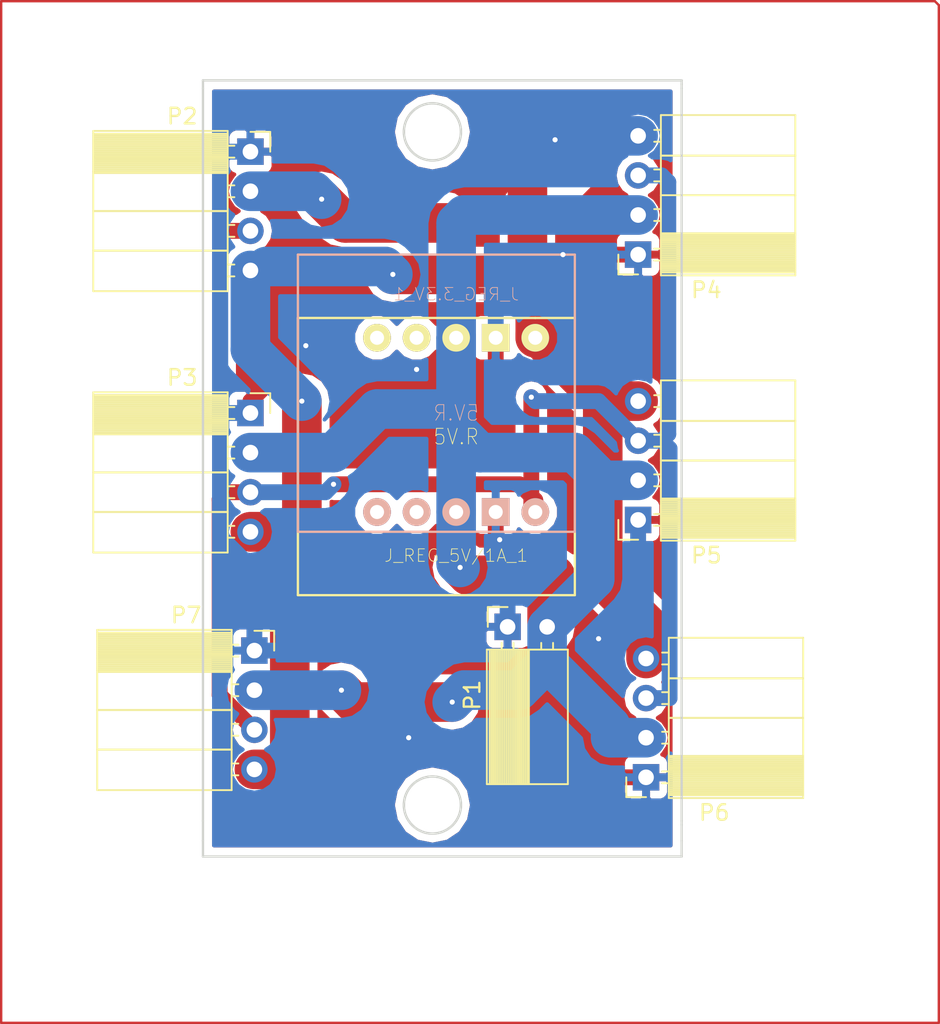
<source format=kicad_pcb>
(kicad_pcb (version 4) (host pcbnew 4.0.4-stable)

  (general
    (links 28)
    (no_connects 1)
    (area 135.306999 62.408999 166.191001 112.343001)
    (thickness 1.6)
    (drawings 16)
    (tracks 163)
    (zones 0)
    (modules 9)
    (nets 5)
  )

  (page A4)
  (layers
    (0 F.Cu signal)
    (31 B.Cu signal)
    (33 F.Adhes user)
    (34 B.Paste user)
    (35 F.Paste user)
    (36 B.SilkS user)
    (37 F.SilkS user)
    (38 B.Mask user)
    (39 F.Mask user)
    (40 Dwgs.User user)
    (41 Cmts.User user)
    (42 Eco1.User user)
    (43 Eco2.User user)
    (44 Edge.Cuts user)
    (45 Margin user)
    (47 F.CrtYd user)
    (49 F.Fab user)
  )

  (setup
    (last_trace_width 0.1524)
    (trace_clearance 0.1524)
    (zone_clearance 0.508)
    (zone_45_only no)
    (trace_min 0.1524)
    (segment_width 0.2)
    (edge_width 0.15)
    (via_size 0.6858)
    (via_drill 0.3302)
    (via_min_size 0.6858)
    (via_min_drill 0.3302)
    (uvia_size 0.762)
    (uvia_drill 0.508)
    (uvias_allowed no)
    (uvia_min_size 0)
    (uvia_min_drill 0)
    (pcb_text_width 0.3)
    (pcb_text_size 1.5 1.5)
    (mod_edge_width 0.15)
    (mod_text_size 1 1)
    (mod_text_width 0.15)
    (pad_size 1.524 1.524)
    (pad_drill 0.762)
    (pad_to_mask_clearance 0.2)
    (aux_axis_origin 0 0)
    (visible_elements 7FFFFFFF)
    (pcbplotparams
      (layerselection 0x00030_80000001)
      (usegerberextensions false)
      (excludeedgelayer true)
      (linewidth 0.100000)
      (plotframeref false)
      (viasonmask false)
      (mode 1)
      (useauxorigin false)
      (hpglpennumber 1)
      (hpglpenspeed 20)
      (hpglpendiameter 15)
      (hpglpenoverlay 2)
      (psnegative false)
      (psa4output false)
      (plotreference true)
      (plotvalue true)
      (plotinvisibletext false)
      (padsonsilk false)
      (subtractmaskfromsilk false)
      (outputformat 1)
      (mirror false)
      (drillshape 1)
      (scaleselection 1)
      (outputdirectory ""))
  )

  (net 0 "")
  (net 1 /3.3V)
  (net 2 /12V)
  (net 3 GND)
  (net 4 /5V)

  (net_class Default "This is the default net class."
    (clearance 0.1524)
    (trace_width 0.1524)
    (via_dia 0.6858)
    (via_drill 0.3302)
    (uvia_dia 0.762)
    (uvia_drill 0.508)
  )

  (net_class 3.3 ""
    (clearance 0.1524)
    (trace_width 1.016)
    (via_dia 0.6858)
    (via_drill 0.3302)
    (uvia_dia 0.762)
    (uvia_drill 0.508)
    (add_net /3.3V)
    (add_net GND)
  )

  (net_class 5v ""
    (clearance 0.1524)
    (trace_width 2.54)
    (via_dia 0.6858)
    (via_drill 0.3302)
    (uvia_dia 0.762)
    (uvia_drill 0.508)
    (add_net /12V)
    (add_net /5V)
  )

  (module polol:5V_VOLTAGE_REGULATOR (layer B.Cu) (tedit 58C2A823) (tstamp 58DAB97E)
    (at 151.638 83.82 180)
    (descr "Polulu 5V Step-Up/Step-Down Voltage REgulator S7V7F5 Footprint")
    (path /58C2ABD0)
    (solder_mask_margin 0.1)
    (fp_text reference J_REG_3.3V_1 (at 0 7.62 360) (layer B.SilkS)
      (effects (font (size 0.8 0.8) (thickness 0.05)) (justify mirror))
    )
    (fp_text value 5V.R (at 0 0 180) (layer B.SilkS)
      (effects (font (size 1 0.9) (thickness 0.05)) (justify mirror))
    )
    (fp_line (start -7.62 -7.62) (end -5.08 -7.62) (layer B.SilkS) (width 0.15))
    (fp_line (start -5.08 -7.62) (end 10.16 -7.62) (layer B.SilkS) (width 0.15))
    (fp_line (start -7.62 10.16) (end 10.16 10.16) (layer B.SilkS) (width 0.15))
    (fp_line (start 10.16 10.16) (end 10.16 -7.62) (layer B.SilkS) (width 0.15))
    (fp_line (start -7.62 -7.62) (end -7.62 10.16) (layer B.SilkS) (width 0.15))
    (pad PG thru_hole circle (at 5.08 -6.35 180) (size 1.778 1.778) (drill 0.9) (layers *.Cu *.Mask B.SilkS)
      (solder_mask_margin 0.2))
    (pad SHDN thru_hole circle (at 2.54 -6.35 180) (size 1.778 1.778) (drill 0.9) (layers *.Cu *.Mask B.SilkS)
      (solder_mask_margin 0.2))
    (pad VOUT thru_hole circle (at -5.08 -6.35 180) (size 1.778 1.778) (drill 0.9) (layers *.Cu *.Mask B.SilkS)
      (net 1 /3.3V) (solder_mask_margin 0.2))
    (pad VIN thru_hole circle (at 0 -6.35 180) (size 1.778 1.778) (drill 0.9) (layers *.Cu *.Mask B.SilkS)
      (net 2 /12V) (solder_mask_margin 0.2))
    (pad GND thru_hole rect (at -2.54 -6.35 180) (size 1.778 1.778) (drill 0.9) (layers *.Cu *.Mask B.SilkS)
      (net 3 GND) (solder_mask_margin 0.2))
  )

  (module polol:5V_VOLTAGE_REGULATOR (layer F.Cu) (tedit 58C2A823) (tstamp 58DAB98C)
    (at 151.638 85.344 180)
    (descr "Polulu 5V Step-Up/Step-Down Voltage REgulator S7V7F5 Footprint")
    (path /58C2AAD4)
    (solder_mask_margin 0.1)
    (fp_text reference J_REG_5V/1A_1 (at 0 -7.62 360) (layer F.SilkS)
      (effects (font (size 0.8 0.8) (thickness 0.05)))
    )
    (fp_text value 5V.R (at 0 0 180) (layer F.SilkS)
      (effects (font (size 1 0.9) (thickness 0.05)))
    )
    (fp_line (start -7.62 7.62) (end -5.08 7.62) (layer F.SilkS) (width 0.15))
    (fp_line (start -5.08 7.62) (end 10.16 7.62) (layer F.SilkS) (width 0.15))
    (fp_line (start -7.62 -10.16) (end 10.16 -10.16) (layer F.SilkS) (width 0.15))
    (fp_line (start 10.16 -10.16) (end 10.16 7.62) (layer F.SilkS) (width 0.15))
    (fp_line (start -7.62 7.62) (end -7.62 -10.16) (layer F.SilkS) (width 0.15))
    (pad PG thru_hole circle (at 5.08 6.35 180) (size 1.778 1.778) (drill 0.9) (layers *.Cu *.Mask F.SilkS)
      (solder_mask_margin 0.2))
    (pad SHDN thru_hole circle (at 2.54 6.35 180) (size 1.778 1.778) (drill 0.9) (layers *.Cu *.Mask F.SilkS)
      (solder_mask_margin 0.2))
    (pad VOUT thru_hole circle (at -5.08 6.35 180) (size 1.778 1.778) (drill 0.9) (layers *.Cu *.Mask F.SilkS)
      (net 4 /5V) (solder_mask_margin 0.2))
    (pad VIN thru_hole circle (at 0 6.35 180) (size 1.778 1.778) (drill 0.9) (layers *.Cu *.Mask F.SilkS)
      (net 2 /12V) (solder_mask_margin 0.2))
    (pad GND thru_hole rect (at -2.54 6.35 180) (size 1.778 1.778) (drill 0.9) (layers *.Cu *.Mask F.SilkS)
      (net 3 GND) (solder_mask_margin 0.2))
  )

  (module Socket_Strips:Socket_Strip_Angled_1x02_Pitch2.54mm (layer F.Cu) (tedit 58CD5446) (tstamp 58DAB9CB)
    (at 154.94 97.536 90)
    (descr "Through hole angled socket strip, 1x02, 2.54mm pitch, 8.51mm socket length, single row")
    (tags "Through hole angled socket strip THT 1x02 2.54mm single row")
    (path /58C2ACA6)
    (fp_text reference P1 (at -4.38 -2.27 90) (layer F.SilkS)
      (effects (font (size 1 1) (thickness 0.15)))
    )
    (fp_text value BATT (at -4.38 4.81 90) (layer F.Fab)
      (effects (font (size 1 1) (thickness 0.15)))
    )
    (fp_line (start -1.52 -1.27) (end -1.52 1.27) (layer F.Fab) (width 0.1))
    (fp_line (start -1.52 1.27) (end -10.03 1.27) (layer F.Fab) (width 0.1))
    (fp_line (start -10.03 1.27) (end -10.03 -1.27) (layer F.Fab) (width 0.1))
    (fp_line (start -10.03 -1.27) (end -1.52 -1.27) (layer F.Fab) (width 0.1))
    (fp_line (start 0 -0.32) (end 0 0.32) (layer F.Fab) (width 0.1))
    (fp_line (start 0 0.32) (end -1.52 0.32) (layer F.Fab) (width 0.1))
    (fp_line (start -1.52 0.32) (end -1.52 -0.32) (layer F.Fab) (width 0.1))
    (fp_line (start -1.52 -0.32) (end 0 -0.32) (layer F.Fab) (width 0.1))
    (fp_line (start -1.52 1.27) (end -1.52 3.81) (layer F.Fab) (width 0.1))
    (fp_line (start -1.52 3.81) (end -10.03 3.81) (layer F.Fab) (width 0.1))
    (fp_line (start -10.03 3.81) (end -10.03 1.27) (layer F.Fab) (width 0.1))
    (fp_line (start -10.03 1.27) (end -1.52 1.27) (layer F.Fab) (width 0.1))
    (fp_line (start 0 2.22) (end 0 2.86) (layer F.Fab) (width 0.1))
    (fp_line (start 0 2.86) (end -1.52 2.86) (layer F.Fab) (width 0.1))
    (fp_line (start -1.52 2.86) (end -1.52 2.22) (layer F.Fab) (width 0.1))
    (fp_line (start -1.52 2.22) (end 0 2.22) (layer F.Fab) (width 0.1))
    (fp_line (start -1.46 -1.33) (end -1.46 1.27) (layer F.SilkS) (width 0.12))
    (fp_line (start -1.46 1.27) (end -10.09 1.27) (layer F.SilkS) (width 0.12))
    (fp_line (start -10.09 1.27) (end -10.09 -1.33) (layer F.SilkS) (width 0.12))
    (fp_line (start -10.09 -1.33) (end -1.46 -1.33) (layer F.SilkS) (width 0.12))
    (fp_line (start -1.03 -0.38) (end -1.46 -0.38) (layer F.SilkS) (width 0.12))
    (fp_line (start -1.03 0.38) (end -1.46 0.38) (layer F.SilkS) (width 0.12))
    (fp_line (start -1.46 -1.15) (end -10.09 -1.15) (layer F.SilkS) (width 0.12))
    (fp_line (start -1.46 -1.03) (end -10.09 -1.03) (layer F.SilkS) (width 0.12))
    (fp_line (start -1.46 -0.91) (end -10.09 -0.91) (layer F.SilkS) (width 0.12))
    (fp_line (start -1.46 -0.79) (end -10.09 -0.79) (layer F.SilkS) (width 0.12))
    (fp_line (start -1.46 -0.67) (end -10.09 -0.67) (layer F.SilkS) (width 0.12))
    (fp_line (start -1.46 -0.55) (end -10.09 -0.55) (layer F.SilkS) (width 0.12))
    (fp_line (start -1.46 -0.43) (end -10.09 -0.43) (layer F.SilkS) (width 0.12))
    (fp_line (start -1.46 -0.31) (end -10.09 -0.31) (layer F.SilkS) (width 0.12))
    (fp_line (start -1.46 -0.19) (end -10.09 -0.19) (layer F.SilkS) (width 0.12))
    (fp_line (start -1.46 -0.07) (end -10.09 -0.07) (layer F.SilkS) (width 0.12))
    (fp_line (start -1.46 0.05) (end -10.09 0.05) (layer F.SilkS) (width 0.12))
    (fp_line (start -1.46 0.17) (end -10.09 0.17) (layer F.SilkS) (width 0.12))
    (fp_line (start -1.46 0.29) (end -10.09 0.29) (layer F.SilkS) (width 0.12))
    (fp_line (start -1.46 0.41) (end -10.09 0.41) (layer F.SilkS) (width 0.12))
    (fp_line (start -1.46 0.53) (end -10.09 0.53) (layer F.SilkS) (width 0.12))
    (fp_line (start -1.46 0.65) (end -10.09 0.65) (layer F.SilkS) (width 0.12))
    (fp_line (start -1.46 0.77) (end -10.09 0.77) (layer F.SilkS) (width 0.12))
    (fp_line (start -1.46 0.89) (end -10.09 0.89) (layer F.SilkS) (width 0.12))
    (fp_line (start -1.46 1.01) (end -10.09 1.01) (layer F.SilkS) (width 0.12))
    (fp_line (start -1.46 1.13) (end -10.09 1.13) (layer F.SilkS) (width 0.12))
    (fp_line (start -1.46 1.25) (end -10.09 1.25) (layer F.SilkS) (width 0.12))
    (fp_line (start -1.46 1.37) (end -10.09 1.37) (layer F.SilkS) (width 0.12))
    (fp_line (start -1.46 1.27) (end -1.46 3.87) (layer F.SilkS) (width 0.12))
    (fp_line (start -1.46 3.87) (end -10.09 3.87) (layer F.SilkS) (width 0.12))
    (fp_line (start -10.09 3.87) (end -10.09 1.27) (layer F.SilkS) (width 0.12))
    (fp_line (start -10.09 1.27) (end -1.46 1.27) (layer F.SilkS) (width 0.12))
    (fp_line (start -1.03 2.16) (end -1.46 2.16) (layer F.SilkS) (width 0.12))
    (fp_line (start -1.03 2.92) (end -1.46 2.92) (layer F.SilkS) (width 0.12))
    (fp_line (start 0 -1.27) (end 1.27 -1.27) (layer F.SilkS) (width 0.12))
    (fp_line (start 1.27 -1.27) (end 1.27 0) (layer F.SilkS) (width 0.12))
    (fp_line (start 1.8 -1.8) (end 1.8 4.35) (layer F.CrtYd) (width 0.05))
    (fp_line (start 1.8 4.35) (end -10.55 4.35) (layer F.CrtYd) (width 0.05))
    (fp_line (start -10.55 4.35) (end -10.55 -1.8) (layer F.CrtYd) (width 0.05))
    (fp_line (start -10.55 -1.8) (end 1.8 -1.8) (layer F.CrtYd) (width 0.05))
    (fp_text user %R (at -4.38 -2.27 90) (layer F.Fab)
      (effects (font (size 1 1) (thickness 0.15)))
    )
    (pad 1 thru_hole rect (at 0 0 90) (size 1.7 1.7) (drill 1) (layers *.Cu *.Mask)
      (net 3 GND))
    (pad 2 thru_hole oval (at 0 2.54 90) (size 1.7 1.7) (drill 1) (layers *.Cu *.Mask)
      (net 2 /12V))
    (model ${KISYS3DMOD}/Socket_Strips.3dshapes/Socket_Strip_Angled_1x02_Pitch2.54mm.wrl
      (at (xyz 0 -0.05 0))
      (scale (xyz 1 1 1))
      (rotate (xyz 0 0 270))
    )
  )

  (module Socket_Strips:Socket_Strip_Angled_1x04_Pitch2.54mm (layer F.Cu) (tedit 58CD5446) (tstamp 58DABA28)
    (at 138.43 67.056)
    (descr "Through hole angled socket strip, 1x04, 2.54mm pitch, 8.51mm socket length, single row")
    (tags "Through hole angled socket strip THT 1x04 2.54mm single row")
    (path /58C2AFC8)
    (fp_text reference P2 (at -4.38 -2.27) (layer F.SilkS)
      (effects (font (size 1 1) (thickness 0.15)))
    )
    (fp_text value CONN_01X04 (at -4.38 9.89) (layer F.Fab)
      (effects (font (size 1 1) (thickness 0.15)))
    )
    (fp_line (start -1.52 -1.27) (end -1.52 1.27) (layer F.Fab) (width 0.1))
    (fp_line (start -1.52 1.27) (end -10.03 1.27) (layer F.Fab) (width 0.1))
    (fp_line (start -10.03 1.27) (end -10.03 -1.27) (layer F.Fab) (width 0.1))
    (fp_line (start -10.03 -1.27) (end -1.52 -1.27) (layer F.Fab) (width 0.1))
    (fp_line (start 0 -0.32) (end 0 0.32) (layer F.Fab) (width 0.1))
    (fp_line (start 0 0.32) (end -1.52 0.32) (layer F.Fab) (width 0.1))
    (fp_line (start -1.52 0.32) (end -1.52 -0.32) (layer F.Fab) (width 0.1))
    (fp_line (start -1.52 -0.32) (end 0 -0.32) (layer F.Fab) (width 0.1))
    (fp_line (start -1.52 1.27) (end -1.52 3.81) (layer F.Fab) (width 0.1))
    (fp_line (start -1.52 3.81) (end -10.03 3.81) (layer F.Fab) (width 0.1))
    (fp_line (start -10.03 3.81) (end -10.03 1.27) (layer F.Fab) (width 0.1))
    (fp_line (start -10.03 1.27) (end -1.52 1.27) (layer F.Fab) (width 0.1))
    (fp_line (start 0 2.22) (end 0 2.86) (layer F.Fab) (width 0.1))
    (fp_line (start 0 2.86) (end -1.52 2.86) (layer F.Fab) (width 0.1))
    (fp_line (start -1.52 2.86) (end -1.52 2.22) (layer F.Fab) (width 0.1))
    (fp_line (start -1.52 2.22) (end 0 2.22) (layer F.Fab) (width 0.1))
    (fp_line (start -1.52 3.81) (end -1.52 6.35) (layer F.Fab) (width 0.1))
    (fp_line (start -1.52 6.35) (end -10.03 6.35) (layer F.Fab) (width 0.1))
    (fp_line (start -10.03 6.35) (end -10.03 3.81) (layer F.Fab) (width 0.1))
    (fp_line (start -10.03 3.81) (end -1.52 3.81) (layer F.Fab) (width 0.1))
    (fp_line (start 0 4.76) (end 0 5.4) (layer F.Fab) (width 0.1))
    (fp_line (start 0 5.4) (end -1.52 5.4) (layer F.Fab) (width 0.1))
    (fp_line (start -1.52 5.4) (end -1.52 4.76) (layer F.Fab) (width 0.1))
    (fp_line (start -1.52 4.76) (end 0 4.76) (layer F.Fab) (width 0.1))
    (fp_line (start -1.52 6.35) (end -1.52 8.89) (layer F.Fab) (width 0.1))
    (fp_line (start -1.52 8.89) (end -10.03 8.89) (layer F.Fab) (width 0.1))
    (fp_line (start -10.03 8.89) (end -10.03 6.35) (layer F.Fab) (width 0.1))
    (fp_line (start -10.03 6.35) (end -1.52 6.35) (layer F.Fab) (width 0.1))
    (fp_line (start 0 7.3) (end 0 7.94) (layer F.Fab) (width 0.1))
    (fp_line (start 0 7.94) (end -1.52 7.94) (layer F.Fab) (width 0.1))
    (fp_line (start -1.52 7.94) (end -1.52 7.3) (layer F.Fab) (width 0.1))
    (fp_line (start -1.52 7.3) (end 0 7.3) (layer F.Fab) (width 0.1))
    (fp_line (start -1.46 -1.33) (end -1.46 1.27) (layer F.SilkS) (width 0.12))
    (fp_line (start -1.46 1.27) (end -10.09 1.27) (layer F.SilkS) (width 0.12))
    (fp_line (start -10.09 1.27) (end -10.09 -1.33) (layer F.SilkS) (width 0.12))
    (fp_line (start -10.09 -1.33) (end -1.46 -1.33) (layer F.SilkS) (width 0.12))
    (fp_line (start -1.03 -0.38) (end -1.46 -0.38) (layer F.SilkS) (width 0.12))
    (fp_line (start -1.03 0.38) (end -1.46 0.38) (layer F.SilkS) (width 0.12))
    (fp_line (start -1.46 -1.15) (end -10.09 -1.15) (layer F.SilkS) (width 0.12))
    (fp_line (start -1.46 -1.03) (end -10.09 -1.03) (layer F.SilkS) (width 0.12))
    (fp_line (start -1.46 -0.91) (end -10.09 -0.91) (layer F.SilkS) (width 0.12))
    (fp_line (start -1.46 -0.79) (end -10.09 -0.79) (layer F.SilkS) (width 0.12))
    (fp_line (start -1.46 -0.67) (end -10.09 -0.67) (layer F.SilkS) (width 0.12))
    (fp_line (start -1.46 -0.55) (end -10.09 -0.55) (layer F.SilkS) (width 0.12))
    (fp_line (start -1.46 -0.43) (end -10.09 -0.43) (layer F.SilkS) (width 0.12))
    (fp_line (start -1.46 -0.31) (end -10.09 -0.31) (layer F.SilkS) (width 0.12))
    (fp_line (start -1.46 -0.19) (end -10.09 -0.19) (layer F.SilkS) (width 0.12))
    (fp_line (start -1.46 -0.07) (end -10.09 -0.07) (layer F.SilkS) (width 0.12))
    (fp_line (start -1.46 0.05) (end -10.09 0.05) (layer F.SilkS) (width 0.12))
    (fp_line (start -1.46 0.17) (end -10.09 0.17) (layer F.SilkS) (width 0.12))
    (fp_line (start -1.46 0.29) (end -10.09 0.29) (layer F.SilkS) (width 0.12))
    (fp_line (start -1.46 0.41) (end -10.09 0.41) (layer F.SilkS) (width 0.12))
    (fp_line (start -1.46 0.53) (end -10.09 0.53) (layer F.SilkS) (width 0.12))
    (fp_line (start -1.46 0.65) (end -10.09 0.65) (layer F.SilkS) (width 0.12))
    (fp_line (start -1.46 0.77) (end -10.09 0.77) (layer F.SilkS) (width 0.12))
    (fp_line (start -1.46 0.89) (end -10.09 0.89) (layer F.SilkS) (width 0.12))
    (fp_line (start -1.46 1.01) (end -10.09 1.01) (layer F.SilkS) (width 0.12))
    (fp_line (start -1.46 1.13) (end -10.09 1.13) (layer F.SilkS) (width 0.12))
    (fp_line (start -1.46 1.25) (end -10.09 1.25) (layer F.SilkS) (width 0.12))
    (fp_line (start -1.46 1.37) (end -10.09 1.37) (layer F.SilkS) (width 0.12))
    (fp_line (start -1.46 1.27) (end -1.46 3.81) (layer F.SilkS) (width 0.12))
    (fp_line (start -1.46 3.81) (end -10.09 3.81) (layer F.SilkS) (width 0.12))
    (fp_line (start -10.09 3.81) (end -10.09 1.27) (layer F.SilkS) (width 0.12))
    (fp_line (start -10.09 1.27) (end -1.46 1.27) (layer F.SilkS) (width 0.12))
    (fp_line (start -1.03 2.16) (end -1.46 2.16) (layer F.SilkS) (width 0.12))
    (fp_line (start -1.03 2.92) (end -1.46 2.92) (layer F.SilkS) (width 0.12))
    (fp_line (start -1.46 3.81) (end -1.46 6.35) (layer F.SilkS) (width 0.12))
    (fp_line (start -1.46 6.35) (end -10.09 6.35) (layer F.SilkS) (width 0.12))
    (fp_line (start -10.09 6.35) (end -10.09 3.81) (layer F.SilkS) (width 0.12))
    (fp_line (start -10.09 3.81) (end -1.46 3.81) (layer F.SilkS) (width 0.12))
    (fp_line (start -1.03 4.7) (end -1.46 4.7) (layer F.SilkS) (width 0.12))
    (fp_line (start -1.03 5.46) (end -1.46 5.46) (layer F.SilkS) (width 0.12))
    (fp_line (start -1.46 6.35) (end -1.46 8.95) (layer F.SilkS) (width 0.12))
    (fp_line (start -1.46 8.95) (end -10.09 8.95) (layer F.SilkS) (width 0.12))
    (fp_line (start -10.09 8.95) (end -10.09 6.35) (layer F.SilkS) (width 0.12))
    (fp_line (start -10.09 6.35) (end -1.46 6.35) (layer F.SilkS) (width 0.12))
    (fp_line (start -1.03 7.24) (end -1.46 7.24) (layer F.SilkS) (width 0.12))
    (fp_line (start -1.03 8) (end -1.46 8) (layer F.SilkS) (width 0.12))
    (fp_line (start 0 -1.27) (end 1.27 -1.27) (layer F.SilkS) (width 0.12))
    (fp_line (start 1.27 -1.27) (end 1.27 0) (layer F.SilkS) (width 0.12))
    (fp_line (start 1.8 -1.8) (end 1.8 9.4) (layer F.CrtYd) (width 0.05))
    (fp_line (start 1.8 9.4) (end -10.55 9.4) (layer F.CrtYd) (width 0.05))
    (fp_line (start -10.55 9.4) (end -10.55 -1.8) (layer F.CrtYd) (width 0.05))
    (fp_line (start -10.55 -1.8) (end 1.8 -1.8) (layer F.CrtYd) (width 0.05))
    (fp_text user %R (at -4.38 -2.27) (layer F.Fab)
      (effects (font (size 1 1) (thickness 0.15)))
    )
    (pad 1 thru_hole rect (at 0 0) (size 1.7 1.7) (drill 1) (layers *.Cu *.Mask)
      (net 3 GND))
    (pad 2 thru_hole oval (at 0 2.54) (size 1.7 1.7) (drill 1) (layers *.Cu *.Mask)
      (net 2 /12V))
    (pad 3 thru_hole oval (at 0 5.08) (size 1.7 1.7) (drill 1) (layers *.Cu *.Mask)
      (net 1 /3.3V))
    (pad 4 thru_hole oval (at 0 7.62) (size 1.7 1.7) (drill 1) (layers *.Cu *.Mask)
      (net 4 /5V))
    (model ${KISYS3DMOD}/Socket_Strips.3dshapes/Socket_Strip_Angled_1x04_Pitch2.54mm.wrl
      (at (xyz 0 -0.15 0))
      (scale (xyz 1 1 1))
      (rotate (xyz 0 0 270))
    )
  )

  (module Socket_Strips:Socket_Strip_Angled_1x04_Pitch2.54mm (layer F.Cu) (tedit 58CD5446) (tstamp 58DABA85)
    (at 138.43 83.82)
    (descr "Through hole angled socket strip, 1x04, 2.54mm pitch, 8.51mm socket length, single row")
    (tags "Through hole angled socket strip THT 1x04 2.54mm single row")
    (path /58C2AE95)
    (fp_text reference P3 (at -4.38 -2.27) (layer F.SilkS)
      (effects (font (size 1 1) (thickness 0.15)))
    )
    (fp_text value CONN_01X04 (at -4.38 9.89) (layer F.Fab)
      (effects (font (size 1 1) (thickness 0.15)))
    )
    (fp_line (start -1.52 -1.27) (end -1.52 1.27) (layer F.Fab) (width 0.1))
    (fp_line (start -1.52 1.27) (end -10.03 1.27) (layer F.Fab) (width 0.1))
    (fp_line (start -10.03 1.27) (end -10.03 -1.27) (layer F.Fab) (width 0.1))
    (fp_line (start -10.03 -1.27) (end -1.52 -1.27) (layer F.Fab) (width 0.1))
    (fp_line (start 0 -0.32) (end 0 0.32) (layer F.Fab) (width 0.1))
    (fp_line (start 0 0.32) (end -1.52 0.32) (layer F.Fab) (width 0.1))
    (fp_line (start -1.52 0.32) (end -1.52 -0.32) (layer F.Fab) (width 0.1))
    (fp_line (start -1.52 -0.32) (end 0 -0.32) (layer F.Fab) (width 0.1))
    (fp_line (start -1.52 1.27) (end -1.52 3.81) (layer F.Fab) (width 0.1))
    (fp_line (start -1.52 3.81) (end -10.03 3.81) (layer F.Fab) (width 0.1))
    (fp_line (start -10.03 3.81) (end -10.03 1.27) (layer F.Fab) (width 0.1))
    (fp_line (start -10.03 1.27) (end -1.52 1.27) (layer F.Fab) (width 0.1))
    (fp_line (start 0 2.22) (end 0 2.86) (layer F.Fab) (width 0.1))
    (fp_line (start 0 2.86) (end -1.52 2.86) (layer F.Fab) (width 0.1))
    (fp_line (start -1.52 2.86) (end -1.52 2.22) (layer F.Fab) (width 0.1))
    (fp_line (start -1.52 2.22) (end 0 2.22) (layer F.Fab) (width 0.1))
    (fp_line (start -1.52 3.81) (end -1.52 6.35) (layer F.Fab) (width 0.1))
    (fp_line (start -1.52 6.35) (end -10.03 6.35) (layer F.Fab) (width 0.1))
    (fp_line (start -10.03 6.35) (end -10.03 3.81) (layer F.Fab) (width 0.1))
    (fp_line (start -10.03 3.81) (end -1.52 3.81) (layer F.Fab) (width 0.1))
    (fp_line (start 0 4.76) (end 0 5.4) (layer F.Fab) (width 0.1))
    (fp_line (start 0 5.4) (end -1.52 5.4) (layer F.Fab) (width 0.1))
    (fp_line (start -1.52 5.4) (end -1.52 4.76) (layer F.Fab) (width 0.1))
    (fp_line (start -1.52 4.76) (end 0 4.76) (layer F.Fab) (width 0.1))
    (fp_line (start -1.52 6.35) (end -1.52 8.89) (layer F.Fab) (width 0.1))
    (fp_line (start -1.52 8.89) (end -10.03 8.89) (layer F.Fab) (width 0.1))
    (fp_line (start -10.03 8.89) (end -10.03 6.35) (layer F.Fab) (width 0.1))
    (fp_line (start -10.03 6.35) (end -1.52 6.35) (layer F.Fab) (width 0.1))
    (fp_line (start 0 7.3) (end 0 7.94) (layer F.Fab) (width 0.1))
    (fp_line (start 0 7.94) (end -1.52 7.94) (layer F.Fab) (width 0.1))
    (fp_line (start -1.52 7.94) (end -1.52 7.3) (layer F.Fab) (width 0.1))
    (fp_line (start -1.52 7.3) (end 0 7.3) (layer F.Fab) (width 0.1))
    (fp_line (start -1.46 -1.33) (end -1.46 1.27) (layer F.SilkS) (width 0.12))
    (fp_line (start -1.46 1.27) (end -10.09 1.27) (layer F.SilkS) (width 0.12))
    (fp_line (start -10.09 1.27) (end -10.09 -1.33) (layer F.SilkS) (width 0.12))
    (fp_line (start -10.09 -1.33) (end -1.46 -1.33) (layer F.SilkS) (width 0.12))
    (fp_line (start -1.03 -0.38) (end -1.46 -0.38) (layer F.SilkS) (width 0.12))
    (fp_line (start -1.03 0.38) (end -1.46 0.38) (layer F.SilkS) (width 0.12))
    (fp_line (start -1.46 -1.15) (end -10.09 -1.15) (layer F.SilkS) (width 0.12))
    (fp_line (start -1.46 -1.03) (end -10.09 -1.03) (layer F.SilkS) (width 0.12))
    (fp_line (start -1.46 -0.91) (end -10.09 -0.91) (layer F.SilkS) (width 0.12))
    (fp_line (start -1.46 -0.79) (end -10.09 -0.79) (layer F.SilkS) (width 0.12))
    (fp_line (start -1.46 -0.67) (end -10.09 -0.67) (layer F.SilkS) (width 0.12))
    (fp_line (start -1.46 -0.55) (end -10.09 -0.55) (layer F.SilkS) (width 0.12))
    (fp_line (start -1.46 -0.43) (end -10.09 -0.43) (layer F.SilkS) (width 0.12))
    (fp_line (start -1.46 -0.31) (end -10.09 -0.31) (layer F.SilkS) (width 0.12))
    (fp_line (start -1.46 -0.19) (end -10.09 -0.19) (layer F.SilkS) (width 0.12))
    (fp_line (start -1.46 -0.07) (end -10.09 -0.07) (layer F.SilkS) (width 0.12))
    (fp_line (start -1.46 0.05) (end -10.09 0.05) (layer F.SilkS) (width 0.12))
    (fp_line (start -1.46 0.17) (end -10.09 0.17) (layer F.SilkS) (width 0.12))
    (fp_line (start -1.46 0.29) (end -10.09 0.29) (layer F.SilkS) (width 0.12))
    (fp_line (start -1.46 0.41) (end -10.09 0.41) (layer F.SilkS) (width 0.12))
    (fp_line (start -1.46 0.53) (end -10.09 0.53) (layer F.SilkS) (width 0.12))
    (fp_line (start -1.46 0.65) (end -10.09 0.65) (layer F.SilkS) (width 0.12))
    (fp_line (start -1.46 0.77) (end -10.09 0.77) (layer F.SilkS) (width 0.12))
    (fp_line (start -1.46 0.89) (end -10.09 0.89) (layer F.SilkS) (width 0.12))
    (fp_line (start -1.46 1.01) (end -10.09 1.01) (layer F.SilkS) (width 0.12))
    (fp_line (start -1.46 1.13) (end -10.09 1.13) (layer F.SilkS) (width 0.12))
    (fp_line (start -1.46 1.25) (end -10.09 1.25) (layer F.SilkS) (width 0.12))
    (fp_line (start -1.46 1.37) (end -10.09 1.37) (layer F.SilkS) (width 0.12))
    (fp_line (start -1.46 1.27) (end -1.46 3.81) (layer F.SilkS) (width 0.12))
    (fp_line (start -1.46 3.81) (end -10.09 3.81) (layer F.SilkS) (width 0.12))
    (fp_line (start -10.09 3.81) (end -10.09 1.27) (layer F.SilkS) (width 0.12))
    (fp_line (start -10.09 1.27) (end -1.46 1.27) (layer F.SilkS) (width 0.12))
    (fp_line (start -1.03 2.16) (end -1.46 2.16) (layer F.SilkS) (width 0.12))
    (fp_line (start -1.03 2.92) (end -1.46 2.92) (layer F.SilkS) (width 0.12))
    (fp_line (start -1.46 3.81) (end -1.46 6.35) (layer F.SilkS) (width 0.12))
    (fp_line (start -1.46 6.35) (end -10.09 6.35) (layer F.SilkS) (width 0.12))
    (fp_line (start -10.09 6.35) (end -10.09 3.81) (layer F.SilkS) (width 0.12))
    (fp_line (start -10.09 3.81) (end -1.46 3.81) (layer F.SilkS) (width 0.12))
    (fp_line (start -1.03 4.7) (end -1.46 4.7) (layer F.SilkS) (width 0.12))
    (fp_line (start -1.03 5.46) (end -1.46 5.46) (layer F.SilkS) (width 0.12))
    (fp_line (start -1.46 6.35) (end -1.46 8.95) (layer F.SilkS) (width 0.12))
    (fp_line (start -1.46 8.95) (end -10.09 8.95) (layer F.SilkS) (width 0.12))
    (fp_line (start -10.09 8.95) (end -10.09 6.35) (layer F.SilkS) (width 0.12))
    (fp_line (start -10.09 6.35) (end -1.46 6.35) (layer F.SilkS) (width 0.12))
    (fp_line (start -1.03 7.24) (end -1.46 7.24) (layer F.SilkS) (width 0.12))
    (fp_line (start -1.03 8) (end -1.46 8) (layer F.SilkS) (width 0.12))
    (fp_line (start 0 -1.27) (end 1.27 -1.27) (layer F.SilkS) (width 0.12))
    (fp_line (start 1.27 -1.27) (end 1.27 0) (layer F.SilkS) (width 0.12))
    (fp_line (start 1.8 -1.8) (end 1.8 9.4) (layer F.CrtYd) (width 0.05))
    (fp_line (start 1.8 9.4) (end -10.55 9.4) (layer F.CrtYd) (width 0.05))
    (fp_line (start -10.55 9.4) (end -10.55 -1.8) (layer F.CrtYd) (width 0.05))
    (fp_line (start -10.55 -1.8) (end 1.8 -1.8) (layer F.CrtYd) (width 0.05))
    (fp_text user %R (at -4.38 -2.27) (layer F.Fab)
      (effects (font (size 1 1) (thickness 0.15)))
    )
    (pad 1 thru_hole rect (at 0 0) (size 1.7 1.7) (drill 1) (layers *.Cu *.Mask)
      (net 3 GND))
    (pad 2 thru_hole oval (at 0 2.54) (size 1.7 1.7) (drill 1) (layers *.Cu *.Mask)
      (net 2 /12V))
    (pad 3 thru_hole oval (at 0 5.08) (size 1.7 1.7) (drill 1) (layers *.Cu *.Mask)
      (net 1 /3.3V))
    (pad 4 thru_hole oval (at 0 7.62) (size 1.7 1.7) (drill 1) (layers *.Cu *.Mask)
      (net 4 /5V))
    (model ${KISYS3DMOD}/Socket_Strips.3dshapes/Socket_Strip_Angled_1x04_Pitch2.54mm.wrl
      (at (xyz 0 -0.15 0))
      (scale (xyz 1 1 1))
      (rotate (xyz 0 0 270))
    )
  )

  (module Socket_Strips:Socket_Strip_Angled_1x04_Pitch2.54mm (layer F.Cu) (tedit 58CD5446) (tstamp 58DABAE2)
    (at 163.322 73.66 180)
    (descr "Through hole angled socket strip, 1x04, 2.54mm pitch, 8.51mm socket length, single row")
    (tags "Through hole angled socket strip THT 1x04 2.54mm single row")
    (path /58C2AD03)
    (fp_text reference P4 (at -4.38 -2.27 180) (layer F.SilkS)
      (effects (font (size 1 1) (thickness 0.15)))
    )
    (fp_text value CONN_01X04 (at -4.38 9.89 180) (layer F.Fab)
      (effects (font (size 1 1) (thickness 0.15)))
    )
    (fp_line (start -1.52 -1.27) (end -1.52 1.27) (layer F.Fab) (width 0.1))
    (fp_line (start -1.52 1.27) (end -10.03 1.27) (layer F.Fab) (width 0.1))
    (fp_line (start -10.03 1.27) (end -10.03 -1.27) (layer F.Fab) (width 0.1))
    (fp_line (start -10.03 -1.27) (end -1.52 -1.27) (layer F.Fab) (width 0.1))
    (fp_line (start 0 -0.32) (end 0 0.32) (layer F.Fab) (width 0.1))
    (fp_line (start 0 0.32) (end -1.52 0.32) (layer F.Fab) (width 0.1))
    (fp_line (start -1.52 0.32) (end -1.52 -0.32) (layer F.Fab) (width 0.1))
    (fp_line (start -1.52 -0.32) (end 0 -0.32) (layer F.Fab) (width 0.1))
    (fp_line (start -1.52 1.27) (end -1.52 3.81) (layer F.Fab) (width 0.1))
    (fp_line (start -1.52 3.81) (end -10.03 3.81) (layer F.Fab) (width 0.1))
    (fp_line (start -10.03 3.81) (end -10.03 1.27) (layer F.Fab) (width 0.1))
    (fp_line (start -10.03 1.27) (end -1.52 1.27) (layer F.Fab) (width 0.1))
    (fp_line (start 0 2.22) (end 0 2.86) (layer F.Fab) (width 0.1))
    (fp_line (start 0 2.86) (end -1.52 2.86) (layer F.Fab) (width 0.1))
    (fp_line (start -1.52 2.86) (end -1.52 2.22) (layer F.Fab) (width 0.1))
    (fp_line (start -1.52 2.22) (end 0 2.22) (layer F.Fab) (width 0.1))
    (fp_line (start -1.52 3.81) (end -1.52 6.35) (layer F.Fab) (width 0.1))
    (fp_line (start -1.52 6.35) (end -10.03 6.35) (layer F.Fab) (width 0.1))
    (fp_line (start -10.03 6.35) (end -10.03 3.81) (layer F.Fab) (width 0.1))
    (fp_line (start -10.03 3.81) (end -1.52 3.81) (layer F.Fab) (width 0.1))
    (fp_line (start 0 4.76) (end 0 5.4) (layer F.Fab) (width 0.1))
    (fp_line (start 0 5.4) (end -1.52 5.4) (layer F.Fab) (width 0.1))
    (fp_line (start -1.52 5.4) (end -1.52 4.76) (layer F.Fab) (width 0.1))
    (fp_line (start -1.52 4.76) (end 0 4.76) (layer F.Fab) (width 0.1))
    (fp_line (start -1.52 6.35) (end -1.52 8.89) (layer F.Fab) (width 0.1))
    (fp_line (start -1.52 8.89) (end -10.03 8.89) (layer F.Fab) (width 0.1))
    (fp_line (start -10.03 8.89) (end -10.03 6.35) (layer F.Fab) (width 0.1))
    (fp_line (start -10.03 6.35) (end -1.52 6.35) (layer F.Fab) (width 0.1))
    (fp_line (start 0 7.3) (end 0 7.94) (layer F.Fab) (width 0.1))
    (fp_line (start 0 7.94) (end -1.52 7.94) (layer F.Fab) (width 0.1))
    (fp_line (start -1.52 7.94) (end -1.52 7.3) (layer F.Fab) (width 0.1))
    (fp_line (start -1.52 7.3) (end 0 7.3) (layer F.Fab) (width 0.1))
    (fp_line (start -1.46 -1.33) (end -1.46 1.27) (layer F.SilkS) (width 0.12))
    (fp_line (start -1.46 1.27) (end -10.09 1.27) (layer F.SilkS) (width 0.12))
    (fp_line (start -10.09 1.27) (end -10.09 -1.33) (layer F.SilkS) (width 0.12))
    (fp_line (start -10.09 -1.33) (end -1.46 -1.33) (layer F.SilkS) (width 0.12))
    (fp_line (start -1.03 -0.38) (end -1.46 -0.38) (layer F.SilkS) (width 0.12))
    (fp_line (start -1.03 0.38) (end -1.46 0.38) (layer F.SilkS) (width 0.12))
    (fp_line (start -1.46 -1.15) (end -10.09 -1.15) (layer F.SilkS) (width 0.12))
    (fp_line (start -1.46 -1.03) (end -10.09 -1.03) (layer F.SilkS) (width 0.12))
    (fp_line (start -1.46 -0.91) (end -10.09 -0.91) (layer F.SilkS) (width 0.12))
    (fp_line (start -1.46 -0.79) (end -10.09 -0.79) (layer F.SilkS) (width 0.12))
    (fp_line (start -1.46 -0.67) (end -10.09 -0.67) (layer F.SilkS) (width 0.12))
    (fp_line (start -1.46 -0.55) (end -10.09 -0.55) (layer F.SilkS) (width 0.12))
    (fp_line (start -1.46 -0.43) (end -10.09 -0.43) (layer F.SilkS) (width 0.12))
    (fp_line (start -1.46 -0.31) (end -10.09 -0.31) (layer F.SilkS) (width 0.12))
    (fp_line (start -1.46 -0.19) (end -10.09 -0.19) (layer F.SilkS) (width 0.12))
    (fp_line (start -1.46 -0.07) (end -10.09 -0.07) (layer F.SilkS) (width 0.12))
    (fp_line (start -1.46 0.05) (end -10.09 0.05) (layer F.SilkS) (width 0.12))
    (fp_line (start -1.46 0.17) (end -10.09 0.17) (layer F.SilkS) (width 0.12))
    (fp_line (start -1.46 0.29) (end -10.09 0.29) (layer F.SilkS) (width 0.12))
    (fp_line (start -1.46 0.41) (end -10.09 0.41) (layer F.SilkS) (width 0.12))
    (fp_line (start -1.46 0.53) (end -10.09 0.53) (layer F.SilkS) (width 0.12))
    (fp_line (start -1.46 0.65) (end -10.09 0.65) (layer F.SilkS) (width 0.12))
    (fp_line (start -1.46 0.77) (end -10.09 0.77) (layer F.SilkS) (width 0.12))
    (fp_line (start -1.46 0.89) (end -10.09 0.89) (layer F.SilkS) (width 0.12))
    (fp_line (start -1.46 1.01) (end -10.09 1.01) (layer F.SilkS) (width 0.12))
    (fp_line (start -1.46 1.13) (end -10.09 1.13) (layer F.SilkS) (width 0.12))
    (fp_line (start -1.46 1.25) (end -10.09 1.25) (layer F.SilkS) (width 0.12))
    (fp_line (start -1.46 1.37) (end -10.09 1.37) (layer F.SilkS) (width 0.12))
    (fp_line (start -1.46 1.27) (end -1.46 3.81) (layer F.SilkS) (width 0.12))
    (fp_line (start -1.46 3.81) (end -10.09 3.81) (layer F.SilkS) (width 0.12))
    (fp_line (start -10.09 3.81) (end -10.09 1.27) (layer F.SilkS) (width 0.12))
    (fp_line (start -10.09 1.27) (end -1.46 1.27) (layer F.SilkS) (width 0.12))
    (fp_line (start -1.03 2.16) (end -1.46 2.16) (layer F.SilkS) (width 0.12))
    (fp_line (start -1.03 2.92) (end -1.46 2.92) (layer F.SilkS) (width 0.12))
    (fp_line (start -1.46 3.81) (end -1.46 6.35) (layer F.SilkS) (width 0.12))
    (fp_line (start -1.46 6.35) (end -10.09 6.35) (layer F.SilkS) (width 0.12))
    (fp_line (start -10.09 6.35) (end -10.09 3.81) (layer F.SilkS) (width 0.12))
    (fp_line (start -10.09 3.81) (end -1.46 3.81) (layer F.SilkS) (width 0.12))
    (fp_line (start -1.03 4.7) (end -1.46 4.7) (layer F.SilkS) (width 0.12))
    (fp_line (start -1.03 5.46) (end -1.46 5.46) (layer F.SilkS) (width 0.12))
    (fp_line (start -1.46 6.35) (end -1.46 8.95) (layer F.SilkS) (width 0.12))
    (fp_line (start -1.46 8.95) (end -10.09 8.95) (layer F.SilkS) (width 0.12))
    (fp_line (start -10.09 8.95) (end -10.09 6.35) (layer F.SilkS) (width 0.12))
    (fp_line (start -10.09 6.35) (end -1.46 6.35) (layer F.SilkS) (width 0.12))
    (fp_line (start -1.03 7.24) (end -1.46 7.24) (layer F.SilkS) (width 0.12))
    (fp_line (start -1.03 8) (end -1.46 8) (layer F.SilkS) (width 0.12))
    (fp_line (start 0 -1.27) (end 1.27 -1.27) (layer F.SilkS) (width 0.12))
    (fp_line (start 1.27 -1.27) (end 1.27 0) (layer F.SilkS) (width 0.12))
    (fp_line (start 1.8 -1.8) (end 1.8 9.4) (layer F.CrtYd) (width 0.05))
    (fp_line (start 1.8 9.4) (end -10.55 9.4) (layer F.CrtYd) (width 0.05))
    (fp_line (start -10.55 9.4) (end -10.55 -1.8) (layer F.CrtYd) (width 0.05))
    (fp_line (start -10.55 -1.8) (end 1.8 -1.8) (layer F.CrtYd) (width 0.05))
    (fp_text user %R (at -4.38 -2.27 180) (layer F.Fab)
      (effects (font (size 1 1) (thickness 0.15)))
    )
    (pad 1 thru_hole rect (at 0 0 180) (size 1.7 1.7) (drill 1) (layers *.Cu *.Mask)
      (net 3 GND))
    (pad 2 thru_hole oval (at 0 2.54 180) (size 1.7 1.7) (drill 1) (layers *.Cu *.Mask)
      (net 2 /12V))
    (pad 3 thru_hole oval (at 0 5.08 180) (size 1.7 1.7) (drill 1) (layers *.Cu *.Mask)
      (net 1 /3.3V))
    (pad 4 thru_hole oval (at 0 7.62 180) (size 1.7 1.7) (drill 1) (layers *.Cu *.Mask)
      (net 4 /5V))
    (model ${KISYS3DMOD}/Socket_Strips.3dshapes/Socket_Strip_Angled_1x04_Pitch2.54mm.wrl
      (at (xyz 0 -0.15 0))
      (scale (xyz 1 1 1))
      (rotate (xyz 0 0 270))
    )
  )

  (module Socket_Strips:Socket_Strip_Angled_1x04_Pitch2.54mm (layer F.Cu) (tedit 58CD5446) (tstamp 58DABB3F)
    (at 163.322 90.678 180)
    (descr "Through hole angled socket strip, 1x04, 2.54mm pitch, 8.51mm socket length, single row")
    (tags "Through hole angled socket strip THT 1x04 2.54mm single row")
    (path /58C2ADD4)
    (fp_text reference P5 (at -4.38 -2.27 180) (layer F.SilkS)
      (effects (font (size 1 1) (thickness 0.15)))
    )
    (fp_text value CONN_01X04 (at -4.38 9.89 180) (layer F.Fab)
      (effects (font (size 1 1) (thickness 0.15)))
    )
    (fp_line (start -1.52 -1.27) (end -1.52 1.27) (layer F.Fab) (width 0.1))
    (fp_line (start -1.52 1.27) (end -10.03 1.27) (layer F.Fab) (width 0.1))
    (fp_line (start -10.03 1.27) (end -10.03 -1.27) (layer F.Fab) (width 0.1))
    (fp_line (start -10.03 -1.27) (end -1.52 -1.27) (layer F.Fab) (width 0.1))
    (fp_line (start 0 -0.32) (end 0 0.32) (layer F.Fab) (width 0.1))
    (fp_line (start 0 0.32) (end -1.52 0.32) (layer F.Fab) (width 0.1))
    (fp_line (start -1.52 0.32) (end -1.52 -0.32) (layer F.Fab) (width 0.1))
    (fp_line (start -1.52 -0.32) (end 0 -0.32) (layer F.Fab) (width 0.1))
    (fp_line (start -1.52 1.27) (end -1.52 3.81) (layer F.Fab) (width 0.1))
    (fp_line (start -1.52 3.81) (end -10.03 3.81) (layer F.Fab) (width 0.1))
    (fp_line (start -10.03 3.81) (end -10.03 1.27) (layer F.Fab) (width 0.1))
    (fp_line (start -10.03 1.27) (end -1.52 1.27) (layer F.Fab) (width 0.1))
    (fp_line (start 0 2.22) (end 0 2.86) (layer F.Fab) (width 0.1))
    (fp_line (start 0 2.86) (end -1.52 2.86) (layer F.Fab) (width 0.1))
    (fp_line (start -1.52 2.86) (end -1.52 2.22) (layer F.Fab) (width 0.1))
    (fp_line (start -1.52 2.22) (end 0 2.22) (layer F.Fab) (width 0.1))
    (fp_line (start -1.52 3.81) (end -1.52 6.35) (layer F.Fab) (width 0.1))
    (fp_line (start -1.52 6.35) (end -10.03 6.35) (layer F.Fab) (width 0.1))
    (fp_line (start -10.03 6.35) (end -10.03 3.81) (layer F.Fab) (width 0.1))
    (fp_line (start -10.03 3.81) (end -1.52 3.81) (layer F.Fab) (width 0.1))
    (fp_line (start 0 4.76) (end 0 5.4) (layer F.Fab) (width 0.1))
    (fp_line (start 0 5.4) (end -1.52 5.4) (layer F.Fab) (width 0.1))
    (fp_line (start -1.52 5.4) (end -1.52 4.76) (layer F.Fab) (width 0.1))
    (fp_line (start -1.52 4.76) (end 0 4.76) (layer F.Fab) (width 0.1))
    (fp_line (start -1.52 6.35) (end -1.52 8.89) (layer F.Fab) (width 0.1))
    (fp_line (start -1.52 8.89) (end -10.03 8.89) (layer F.Fab) (width 0.1))
    (fp_line (start -10.03 8.89) (end -10.03 6.35) (layer F.Fab) (width 0.1))
    (fp_line (start -10.03 6.35) (end -1.52 6.35) (layer F.Fab) (width 0.1))
    (fp_line (start 0 7.3) (end 0 7.94) (layer F.Fab) (width 0.1))
    (fp_line (start 0 7.94) (end -1.52 7.94) (layer F.Fab) (width 0.1))
    (fp_line (start -1.52 7.94) (end -1.52 7.3) (layer F.Fab) (width 0.1))
    (fp_line (start -1.52 7.3) (end 0 7.3) (layer F.Fab) (width 0.1))
    (fp_line (start -1.46 -1.33) (end -1.46 1.27) (layer F.SilkS) (width 0.12))
    (fp_line (start -1.46 1.27) (end -10.09 1.27) (layer F.SilkS) (width 0.12))
    (fp_line (start -10.09 1.27) (end -10.09 -1.33) (layer F.SilkS) (width 0.12))
    (fp_line (start -10.09 -1.33) (end -1.46 -1.33) (layer F.SilkS) (width 0.12))
    (fp_line (start -1.03 -0.38) (end -1.46 -0.38) (layer F.SilkS) (width 0.12))
    (fp_line (start -1.03 0.38) (end -1.46 0.38) (layer F.SilkS) (width 0.12))
    (fp_line (start -1.46 -1.15) (end -10.09 -1.15) (layer F.SilkS) (width 0.12))
    (fp_line (start -1.46 -1.03) (end -10.09 -1.03) (layer F.SilkS) (width 0.12))
    (fp_line (start -1.46 -0.91) (end -10.09 -0.91) (layer F.SilkS) (width 0.12))
    (fp_line (start -1.46 -0.79) (end -10.09 -0.79) (layer F.SilkS) (width 0.12))
    (fp_line (start -1.46 -0.67) (end -10.09 -0.67) (layer F.SilkS) (width 0.12))
    (fp_line (start -1.46 -0.55) (end -10.09 -0.55) (layer F.SilkS) (width 0.12))
    (fp_line (start -1.46 -0.43) (end -10.09 -0.43) (layer F.SilkS) (width 0.12))
    (fp_line (start -1.46 -0.31) (end -10.09 -0.31) (layer F.SilkS) (width 0.12))
    (fp_line (start -1.46 -0.19) (end -10.09 -0.19) (layer F.SilkS) (width 0.12))
    (fp_line (start -1.46 -0.07) (end -10.09 -0.07) (layer F.SilkS) (width 0.12))
    (fp_line (start -1.46 0.05) (end -10.09 0.05) (layer F.SilkS) (width 0.12))
    (fp_line (start -1.46 0.17) (end -10.09 0.17) (layer F.SilkS) (width 0.12))
    (fp_line (start -1.46 0.29) (end -10.09 0.29) (layer F.SilkS) (width 0.12))
    (fp_line (start -1.46 0.41) (end -10.09 0.41) (layer F.SilkS) (width 0.12))
    (fp_line (start -1.46 0.53) (end -10.09 0.53) (layer F.SilkS) (width 0.12))
    (fp_line (start -1.46 0.65) (end -10.09 0.65) (layer F.SilkS) (width 0.12))
    (fp_line (start -1.46 0.77) (end -10.09 0.77) (layer F.SilkS) (width 0.12))
    (fp_line (start -1.46 0.89) (end -10.09 0.89) (layer F.SilkS) (width 0.12))
    (fp_line (start -1.46 1.01) (end -10.09 1.01) (layer F.SilkS) (width 0.12))
    (fp_line (start -1.46 1.13) (end -10.09 1.13) (layer F.SilkS) (width 0.12))
    (fp_line (start -1.46 1.25) (end -10.09 1.25) (layer F.SilkS) (width 0.12))
    (fp_line (start -1.46 1.37) (end -10.09 1.37) (layer F.SilkS) (width 0.12))
    (fp_line (start -1.46 1.27) (end -1.46 3.81) (layer F.SilkS) (width 0.12))
    (fp_line (start -1.46 3.81) (end -10.09 3.81) (layer F.SilkS) (width 0.12))
    (fp_line (start -10.09 3.81) (end -10.09 1.27) (layer F.SilkS) (width 0.12))
    (fp_line (start -10.09 1.27) (end -1.46 1.27) (layer F.SilkS) (width 0.12))
    (fp_line (start -1.03 2.16) (end -1.46 2.16) (layer F.SilkS) (width 0.12))
    (fp_line (start -1.03 2.92) (end -1.46 2.92) (layer F.SilkS) (width 0.12))
    (fp_line (start -1.46 3.81) (end -1.46 6.35) (layer F.SilkS) (width 0.12))
    (fp_line (start -1.46 6.35) (end -10.09 6.35) (layer F.SilkS) (width 0.12))
    (fp_line (start -10.09 6.35) (end -10.09 3.81) (layer F.SilkS) (width 0.12))
    (fp_line (start -10.09 3.81) (end -1.46 3.81) (layer F.SilkS) (width 0.12))
    (fp_line (start -1.03 4.7) (end -1.46 4.7) (layer F.SilkS) (width 0.12))
    (fp_line (start -1.03 5.46) (end -1.46 5.46) (layer F.SilkS) (width 0.12))
    (fp_line (start -1.46 6.35) (end -1.46 8.95) (layer F.SilkS) (width 0.12))
    (fp_line (start -1.46 8.95) (end -10.09 8.95) (layer F.SilkS) (width 0.12))
    (fp_line (start -10.09 8.95) (end -10.09 6.35) (layer F.SilkS) (width 0.12))
    (fp_line (start -10.09 6.35) (end -1.46 6.35) (layer F.SilkS) (width 0.12))
    (fp_line (start -1.03 7.24) (end -1.46 7.24) (layer F.SilkS) (width 0.12))
    (fp_line (start -1.03 8) (end -1.46 8) (layer F.SilkS) (width 0.12))
    (fp_line (start 0 -1.27) (end 1.27 -1.27) (layer F.SilkS) (width 0.12))
    (fp_line (start 1.27 -1.27) (end 1.27 0) (layer F.SilkS) (width 0.12))
    (fp_line (start 1.8 -1.8) (end 1.8 9.4) (layer F.CrtYd) (width 0.05))
    (fp_line (start 1.8 9.4) (end -10.55 9.4) (layer F.CrtYd) (width 0.05))
    (fp_line (start -10.55 9.4) (end -10.55 -1.8) (layer F.CrtYd) (width 0.05))
    (fp_line (start -10.55 -1.8) (end 1.8 -1.8) (layer F.CrtYd) (width 0.05))
    (fp_text user %R (at -4.38 -2.27 180) (layer F.Fab)
      (effects (font (size 1 1) (thickness 0.15)))
    )
    (pad 1 thru_hole rect (at 0 0 180) (size 1.7 1.7) (drill 1) (layers *.Cu *.Mask)
      (net 3 GND))
    (pad 2 thru_hole oval (at 0 2.54 180) (size 1.7 1.7) (drill 1) (layers *.Cu *.Mask)
      (net 2 /12V))
    (pad 3 thru_hole oval (at 0 5.08 180) (size 1.7 1.7) (drill 1) (layers *.Cu *.Mask)
      (net 1 /3.3V))
    (pad 4 thru_hole oval (at 0 7.62 180) (size 1.7 1.7) (drill 1) (layers *.Cu *.Mask)
      (net 4 /5V))
    (model ${KISYS3DMOD}/Socket_Strips.3dshapes/Socket_Strip_Angled_1x04_Pitch2.54mm.wrl
      (at (xyz 0 -0.15 0))
      (scale (xyz 1 1 1))
      (rotate (xyz 0 0 270))
    )
  )

  (module Socket_Strips:Socket_Strip_Angled_1x04_Pitch2.54mm (layer F.Cu) (tedit 58CD5446) (tstamp 58DABB9C)
    (at 163.83 107.188 180)
    (descr "Through hole angled socket strip, 1x04, 2.54mm pitch, 8.51mm socket length, single row")
    (tags "Through hole angled socket strip THT 1x04 2.54mm single row")
    (path /58C2AE0C)
    (fp_text reference P6 (at -4.38 -2.27 180) (layer F.SilkS)
      (effects (font (size 1 1) (thickness 0.15)))
    )
    (fp_text value CONN_01X04 (at -4.38 9.89 180) (layer F.Fab)
      (effects (font (size 1 1) (thickness 0.15)))
    )
    (fp_line (start -1.52 -1.27) (end -1.52 1.27) (layer F.Fab) (width 0.1))
    (fp_line (start -1.52 1.27) (end -10.03 1.27) (layer F.Fab) (width 0.1))
    (fp_line (start -10.03 1.27) (end -10.03 -1.27) (layer F.Fab) (width 0.1))
    (fp_line (start -10.03 -1.27) (end -1.52 -1.27) (layer F.Fab) (width 0.1))
    (fp_line (start 0 -0.32) (end 0 0.32) (layer F.Fab) (width 0.1))
    (fp_line (start 0 0.32) (end -1.52 0.32) (layer F.Fab) (width 0.1))
    (fp_line (start -1.52 0.32) (end -1.52 -0.32) (layer F.Fab) (width 0.1))
    (fp_line (start -1.52 -0.32) (end 0 -0.32) (layer F.Fab) (width 0.1))
    (fp_line (start -1.52 1.27) (end -1.52 3.81) (layer F.Fab) (width 0.1))
    (fp_line (start -1.52 3.81) (end -10.03 3.81) (layer F.Fab) (width 0.1))
    (fp_line (start -10.03 3.81) (end -10.03 1.27) (layer F.Fab) (width 0.1))
    (fp_line (start -10.03 1.27) (end -1.52 1.27) (layer F.Fab) (width 0.1))
    (fp_line (start 0 2.22) (end 0 2.86) (layer F.Fab) (width 0.1))
    (fp_line (start 0 2.86) (end -1.52 2.86) (layer F.Fab) (width 0.1))
    (fp_line (start -1.52 2.86) (end -1.52 2.22) (layer F.Fab) (width 0.1))
    (fp_line (start -1.52 2.22) (end 0 2.22) (layer F.Fab) (width 0.1))
    (fp_line (start -1.52 3.81) (end -1.52 6.35) (layer F.Fab) (width 0.1))
    (fp_line (start -1.52 6.35) (end -10.03 6.35) (layer F.Fab) (width 0.1))
    (fp_line (start -10.03 6.35) (end -10.03 3.81) (layer F.Fab) (width 0.1))
    (fp_line (start -10.03 3.81) (end -1.52 3.81) (layer F.Fab) (width 0.1))
    (fp_line (start 0 4.76) (end 0 5.4) (layer F.Fab) (width 0.1))
    (fp_line (start 0 5.4) (end -1.52 5.4) (layer F.Fab) (width 0.1))
    (fp_line (start -1.52 5.4) (end -1.52 4.76) (layer F.Fab) (width 0.1))
    (fp_line (start -1.52 4.76) (end 0 4.76) (layer F.Fab) (width 0.1))
    (fp_line (start -1.52 6.35) (end -1.52 8.89) (layer F.Fab) (width 0.1))
    (fp_line (start -1.52 8.89) (end -10.03 8.89) (layer F.Fab) (width 0.1))
    (fp_line (start -10.03 8.89) (end -10.03 6.35) (layer F.Fab) (width 0.1))
    (fp_line (start -10.03 6.35) (end -1.52 6.35) (layer F.Fab) (width 0.1))
    (fp_line (start 0 7.3) (end 0 7.94) (layer F.Fab) (width 0.1))
    (fp_line (start 0 7.94) (end -1.52 7.94) (layer F.Fab) (width 0.1))
    (fp_line (start -1.52 7.94) (end -1.52 7.3) (layer F.Fab) (width 0.1))
    (fp_line (start -1.52 7.3) (end 0 7.3) (layer F.Fab) (width 0.1))
    (fp_line (start -1.46 -1.33) (end -1.46 1.27) (layer F.SilkS) (width 0.12))
    (fp_line (start -1.46 1.27) (end -10.09 1.27) (layer F.SilkS) (width 0.12))
    (fp_line (start -10.09 1.27) (end -10.09 -1.33) (layer F.SilkS) (width 0.12))
    (fp_line (start -10.09 -1.33) (end -1.46 -1.33) (layer F.SilkS) (width 0.12))
    (fp_line (start -1.03 -0.38) (end -1.46 -0.38) (layer F.SilkS) (width 0.12))
    (fp_line (start -1.03 0.38) (end -1.46 0.38) (layer F.SilkS) (width 0.12))
    (fp_line (start -1.46 -1.15) (end -10.09 -1.15) (layer F.SilkS) (width 0.12))
    (fp_line (start -1.46 -1.03) (end -10.09 -1.03) (layer F.SilkS) (width 0.12))
    (fp_line (start -1.46 -0.91) (end -10.09 -0.91) (layer F.SilkS) (width 0.12))
    (fp_line (start -1.46 -0.79) (end -10.09 -0.79) (layer F.SilkS) (width 0.12))
    (fp_line (start -1.46 -0.67) (end -10.09 -0.67) (layer F.SilkS) (width 0.12))
    (fp_line (start -1.46 -0.55) (end -10.09 -0.55) (layer F.SilkS) (width 0.12))
    (fp_line (start -1.46 -0.43) (end -10.09 -0.43) (layer F.SilkS) (width 0.12))
    (fp_line (start -1.46 -0.31) (end -10.09 -0.31) (layer F.SilkS) (width 0.12))
    (fp_line (start -1.46 -0.19) (end -10.09 -0.19) (layer F.SilkS) (width 0.12))
    (fp_line (start -1.46 -0.07) (end -10.09 -0.07) (layer F.SilkS) (width 0.12))
    (fp_line (start -1.46 0.05) (end -10.09 0.05) (layer F.SilkS) (width 0.12))
    (fp_line (start -1.46 0.17) (end -10.09 0.17) (layer F.SilkS) (width 0.12))
    (fp_line (start -1.46 0.29) (end -10.09 0.29) (layer F.SilkS) (width 0.12))
    (fp_line (start -1.46 0.41) (end -10.09 0.41) (layer F.SilkS) (width 0.12))
    (fp_line (start -1.46 0.53) (end -10.09 0.53) (layer F.SilkS) (width 0.12))
    (fp_line (start -1.46 0.65) (end -10.09 0.65) (layer F.SilkS) (width 0.12))
    (fp_line (start -1.46 0.77) (end -10.09 0.77) (layer F.SilkS) (width 0.12))
    (fp_line (start -1.46 0.89) (end -10.09 0.89) (layer F.SilkS) (width 0.12))
    (fp_line (start -1.46 1.01) (end -10.09 1.01) (layer F.SilkS) (width 0.12))
    (fp_line (start -1.46 1.13) (end -10.09 1.13) (layer F.SilkS) (width 0.12))
    (fp_line (start -1.46 1.25) (end -10.09 1.25) (layer F.SilkS) (width 0.12))
    (fp_line (start -1.46 1.37) (end -10.09 1.37) (layer F.SilkS) (width 0.12))
    (fp_line (start -1.46 1.27) (end -1.46 3.81) (layer F.SilkS) (width 0.12))
    (fp_line (start -1.46 3.81) (end -10.09 3.81) (layer F.SilkS) (width 0.12))
    (fp_line (start -10.09 3.81) (end -10.09 1.27) (layer F.SilkS) (width 0.12))
    (fp_line (start -10.09 1.27) (end -1.46 1.27) (layer F.SilkS) (width 0.12))
    (fp_line (start -1.03 2.16) (end -1.46 2.16) (layer F.SilkS) (width 0.12))
    (fp_line (start -1.03 2.92) (end -1.46 2.92) (layer F.SilkS) (width 0.12))
    (fp_line (start -1.46 3.81) (end -1.46 6.35) (layer F.SilkS) (width 0.12))
    (fp_line (start -1.46 6.35) (end -10.09 6.35) (layer F.SilkS) (width 0.12))
    (fp_line (start -10.09 6.35) (end -10.09 3.81) (layer F.SilkS) (width 0.12))
    (fp_line (start -10.09 3.81) (end -1.46 3.81) (layer F.SilkS) (width 0.12))
    (fp_line (start -1.03 4.7) (end -1.46 4.7) (layer F.SilkS) (width 0.12))
    (fp_line (start -1.03 5.46) (end -1.46 5.46) (layer F.SilkS) (width 0.12))
    (fp_line (start -1.46 6.35) (end -1.46 8.95) (layer F.SilkS) (width 0.12))
    (fp_line (start -1.46 8.95) (end -10.09 8.95) (layer F.SilkS) (width 0.12))
    (fp_line (start -10.09 8.95) (end -10.09 6.35) (layer F.SilkS) (width 0.12))
    (fp_line (start -10.09 6.35) (end -1.46 6.35) (layer F.SilkS) (width 0.12))
    (fp_line (start -1.03 7.24) (end -1.46 7.24) (layer F.SilkS) (width 0.12))
    (fp_line (start -1.03 8) (end -1.46 8) (layer F.SilkS) (width 0.12))
    (fp_line (start 0 -1.27) (end 1.27 -1.27) (layer F.SilkS) (width 0.12))
    (fp_line (start 1.27 -1.27) (end 1.27 0) (layer F.SilkS) (width 0.12))
    (fp_line (start 1.8 -1.8) (end 1.8 9.4) (layer F.CrtYd) (width 0.05))
    (fp_line (start 1.8 9.4) (end -10.55 9.4) (layer F.CrtYd) (width 0.05))
    (fp_line (start -10.55 9.4) (end -10.55 -1.8) (layer F.CrtYd) (width 0.05))
    (fp_line (start -10.55 -1.8) (end 1.8 -1.8) (layer F.CrtYd) (width 0.05))
    (fp_text user %R (at -4.38 -2.27 180) (layer F.Fab)
      (effects (font (size 1 1) (thickness 0.15)))
    )
    (pad 1 thru_hole rect (at 0 0 180) (size 1.7 1.7) (drill 1) (layers *.Cu *.Mask)
      (net 3 GND))
    (pad 2 thru_hole oval (at 0 2.54 180) (size 1.7 1.7) (drill 1) (layers *.Cu *.Mask)
      (net 2 /12V))
    (pad 3 thru_hole oval (at 0 5.08 180) (size 1.7 1.7) (drill 1) (layers *.Cu *.Mask)
      (net 1 /3.3V))
    (pad 4 thru_hole oval (at 0 7.62 180) (size 1.7 1.7) (drill 1) (layers *.Cu *.Mask)
      (net 4 /5V))
    (model ${KISYS3DMOD}/Socket_Strips.3dshapes/Socket_Strip_Angled_1x04_Pitch2.54mm.wrl
      (at (xyz 0 -0.15 0))
      (scale (xyz 1 1 1))
      (rotate (xyz 0 0 270))
    )
  )

  (module Socket_Strips:Socket_Strip_Angled_1x04_Pitch2.54mm (layer F.Cu) (tedit 58CD5446) (tstamp 58DABBF9)
    (at 138.684 99.06)
    (descr "Through hole angled socket strip, 1x04, 2.54mm pitch, 8.51mm socket length, single row")
    (tags "Through hole angled socket strip THT 1x04 2.54mm single row")
    (path /58C2AE4F)
    (fp_text reference P7 (at -4.38 -2.27) (layer F.SilkS)
      (effects (font (size 1 1) (thickness 0.15)))
    )
    (fp_text value CONN_01X04 (at -4.38 9.89) (layer F.Fab)
      (effects (font (size 1 1) (thickness 0.15)))
    )
    (fp_line (start -1.52 -1.27) (end -1.52 1.27) (layer F.Fab) (width 0.1))
    (fp_line (start -1.52 1.27) (end -10.03 1.27) (layer F.Fab) (width 0.1))
    (fp_line (start -10.03 1.27) (end -10.03 -1.27) (layer F.Fab) (width 0.1))
    (fp_line (start -10.03 -1.27) (end -1.52 -1.27) (layer F.Fab) (width 0.1))
    (fp_line (start 0 -0.32) (end 0 0.32) (layer F.Fab) (width 0.1))
    (fp_line (start 0 0.32) (end -1.52 0.32) (layer F.Fab) (width 0.1))
    (fp_line (start -1.52 0.32) (end -1.52 -0.32) (layer F.Fab) (width 0.1))
    (fp_line (start -1.52 -0.32) (end 0 -0.32) (layer F.Fab) (width 0.1))
    (fp_line (start -1.52 1.27) (end -1.52 3.81) (layer F.Fab) (width 0.1))
    (fp_line (start -1.52 3.81) (end -10.03 3.81) (layer F.Fab) (width 0.1))
    (fp_line (start -10.03 3.81) (end -10.03 1.27) (layer F.Fab) (width 0.1))
    (fp_line (start -10.03 1.27) (end -1.52 1.27) (layer F.Fab) (width 0.1))
    (fp_line (start 0 2.22) (end 0 2.86) (layer F.Fab) (width 0.1))
    (fp_line (start 0 2.86) (end -1.52 2.86) (layer F.Fab) (width 0.1))
    (fp_line (start -1.52 2.86) (end -1.52 2.22) (layer F.Fab) (width 0.1))
    (fp_line (start -1.52 2.22) (end 0 2.22) (layer F.Fab) (width 0.1))
    (fp_line (start -1.52 3.81) (end -1.52 6.35) (layer F.Fab) (width 0.1))
    (fp_line (start -1.52 6.35) (end -10.03 6.35) (layer F.Fab) (width 0.1))
    (fp_line (start -10.03 6.35) (end -10.03 3.81) (layer F.Fab) (width 0.1))
    (fp_line (start -10.03 3.81) (end -1.52 3.81) (layer F.Fab) (width 0.1))
    (fp_line (start 0 4.76) (end 0 5.4) (layer F.Fab) (width 0.1))
    (fp_line (start 0 5.4) (end -1.52 5.4) (layer F.Fab) (width 0.1))
    (fp_line (start -1.52 5.4) (end -1.52 4.76) (layer F.Fab) (width 0.1))
    (fp_line (start -1.52 4.76) (end 0 4.76) (layer F.Fab) (width 0.1))
    (fp_line (start -1.52 6.35) (end -1.52 8.89) (layer F.Fab) (width 0.1))
    (fp_line (start -1.52 8.89) (end -10.03 8.89) (layer F.Fab) (width 0.1))
    (fp_line (start -10.03 8.89) (end -10.03 6.35) (layer F.Fab) (width 0.1))
    (fp_line (start -10.03 6.35) (end -1.52 6.35) (layer F.Fab) (width 0.1))
    (fp_line (start 0 7.3) (end 0 7.94) (layer F.Fab) (width 0.1))
    (fp_line (start 0 7.94) (end -1.52 7.94) (layer F.Fab) (width 0.1))
    (fp_line (start -1.52 7.94) (end -1.52 7.3) (layer F.Fab) (width 0.1))
    (fp_line (start -1.52 7.3) (end 0 7.3) (layer F.Fab) (width 0.1))
    (fp_line (start -1.46 -1.33) (end -1.46 1.27) (layer F.SilkS) (width 0.12))
    (fp_line (start -1.46 1.27) (end -10.09 1.27) (layer F.SilkS) (width 0.12))
    (fp_line (start -10.09 1.27) (end -10.09 -1.33) (layer F.SilkS) (width 0.12))
    (fp_line (start -10.09 -1.33) (end -1.46 -1.33) (layer F.SilkS) (width 0.12))
    (fp_line (start -1.03 -0.38) (end -1.46 -0.38) (layer F.SilkS) (width 0.12))
    (fp_line (start -1.03 0.38) (end -1.46 0.38) (layer F.SilkS) (width 0.12))
    (fp_line (start -1.46 -1.15) (end -10.09 -1.15) (layer F.SilkS) (width 0.12))
    (fp_line (start -1.46 -1.03) (end -10.09 -1.03) (layer F.SilkS) (width 0.12))
    (fp_line (start -1.46 -0.91) (end -10.09 -0.91) (layer F.SilkS) (width 0.12))
    (fp_line (start -1.46 -0.79) (end -10.09 -0.79) (layer F.SilkS) (width 0.12))
    (fp_line (start -1.46 -0.67) (end -10.09 -0.67) (layer F.SilkS) (width 0.12))
    (fp_line (start -1.46 -0.55) (end -10.09 -0.55) (layer F.SilkS) (width 0.12))
    (fp_line (start -1.46 -0.43) (end -10.09 -0.43) (layer F.SilkS) (width 0.12))
    (fp_line (start -1.46 -0.31) (end -10.09 -0.31) (layer F.SilkS) (width 0.12))
    (fp_line (start -1.46 -0.19) (end -10.09 -0.19) (layer F.SilkS) (width 0.12))
    (fp_line (start -1.46 -0.07) (end -10.09 -0.07) (layer F.SilkS) (width 0.12))
    (fp_line (start -1.46 0.05) (end -10.09 0.05) (layer F.SilkS) (width 0.12))
    (fp_line (start -1.46 0.17) (end -10.09 0.17) (layer F.SilkS) (width 0.12))
    (fp_line (start -1.46 0.29) (end -10.09 0.29) (layer F.SilkS) (width 0.12))
    (fp_line (start -1.46 0.41) (end -10.09 0.41) (layer F.SilkS) (width 0.12))
    (fp_line (start -1.46 0.53) (end -10.09 0.53) (layer F.SilkS) (width 0.12))
    (fp_line (start -1.46 0.65) (end -10.09 0.65) (layer F.SilkS) (width 0.12))
    (fp_line (start -1.46 0.77) (end -10.09 0.77) (layer F.SilkS) (width 0.12))
    (fp_line (start -1.46 0.89) (end -10.09 0.89) (layer F.SilkS) (width 0.12))
    (fp_line (start -1.46 1.01) (end -10.09 1.01) (layer F.SilkS) (width 0.12))
    (fp_line (start -1.46 1.13) (end -10.09 1.13) (layer F.SilkS) (width 0.12))
    (fp_line (start -1.46 1.25) (end -10.09 1.25) (layer F.SilkS) (width 0.12))
    (fp_line (start -1.46 1.37) (end -10.09 1.37) (layer F.SilkS) (width 0.12))
    (fp_line (start -1.46 1.27) (end -1.46 3.81) (layer F.SilkS) (width 0.12))
    (fp_line (start -1.46 3.81) (end -10.09 3.81) (layer F.SilkS) (width 0.12))
    (fp_line (start -10.09 3.81) (end -10.09 1.27) (layer F.SilkS) (width 0.12))
    (fp_line (start -10.09 1.27) (end -1.46 1.27) (layer F.SilkS) (width 0.12))
    (fp_line (start -1.03 2.16) (end -1.46 2.16) (layer F.SilkS) (width 0.12))
    (fp_line (start -1.03 2.92) (end -1.46 2.92) (layer F.SilkS) (width 0.12))
    (fp_line (start -1.46 3.81) (end -1.46 6.35) (layer F.SilkS) (width 0.12))
    (fp_line (start -1.46 6.35) (end -10.09 6.35) (layer F.SilkS) (width 0.12))
    (fp_line (start -10.09 6.35) (end -10.09 3.81) (layer F.SilkS) (width 0.12))
    (fp_line (start -10.09 3.81) (end -1.46 3.81) (layer F.SilkS) (width 0.12))
    (fp_line (start -1.03 4.7) (end -1.46 4.7) (layer F.SilkS) (width 0.12))
    (fp_line (start -1.03 5.46) (end -1.46 5.46) (layer F.SilkS) (width 0.12))
    (fp_line (start -1.46 6.35) (end -1.46 8.95) (layer F.SilkS) (width 0.12))
    (fp_line (start -1.46 8.95) (end -10.09 8.95) (layer F.SilkS) (width 0.12))
    (fp_line (start -10.09 8.95) (end -10.09 6.35) (layer F.SilkS) (width 0.12))
    (fp_line (start -10.09 6.35) (end -1.46 6.35) (layer F.SilkS) (width 0.12))
    (fp_line (start -1.03 7.24) (end -1.46 7.24) (layer F.SilkS) (width 0.12))
    (fp_line (start -1.03 8) (end -1.46 8) (layer F.SilkS) (width 0.12))
    (fp_line (start 0 -1.27) (end 1.27 -1.27) (layer F.SilkS) (width 0.12))
    (fp_line (start 1.27 -1.27) (end 1.27 0) (layer F.SilkS) (width 0.12))
    (fp_line (start 1.8 -1.8) (end 1.8 9.4) (layer F.CrtYd) (width 0.05))
    (fp_line (start 1.8 9.4) (end -10.55 9.4) (layer F.CrtYd) (width 0.05))
    (fp_line (start -10.55 9.4) (end -10.55 -1.8) (layer F.CrtYd) (width 0.05))
    (fp_line (start -10.55 -1.8) (end 1.8 -1.8) (layer F.CrtYd) (width 0.05))
    (fp_text user %R (at -4.38 -2.27) (layer F.Fab)
      (effects (font (size 1 1) (thickness 0.15)))
    )
    (pad 1 thru_hole rect (at 0 0) (size 1.7 1.7) (drill 1) (layers *.Cu *.Mask)
      (net 3 GND))
    (pad 2 thru_hole oval (at 0 2.54) (size 1.7 1.7) (drill 1) (layers *.Cu *.Mask)
      (net 2 /12V))
    (pad 3 thru_hole oval (at 0 5.08) (size 1.7 1.7) (drill 1) (layers *.Cu *.Mask)
      (net 1 /3.3V))
    (pad 4 thru_hole oval (at 0 7.62) (size 1.7 1.7) (drill 1) (layers *.Cu *.Mask)
      (net 4 /5V))
    (model ${KISYS3DMOD}/Socket_Strips.3dshapes/Socket_Strip_Angled_1x04_Pitch2.54mm.wrl
      (at (xyz 0 -0.15 0))
      (scale (xyz 1 1 1))
      (rotate (xyz 0 0 270))
    )
  )

  (gr_line (start 166.116 62.992) (end 166.116 62.738) (angle 90) (layer Edge.Cuts) (width 0.15))
  (gr_line (start 166.116 62.484) (end 166.116 62.738) (angle 90) (layer Edge.Cuts) (width 0.15))
  (gr_line (start 135.382 62.484) (end 166.116 62.484) (angle 90) (layer Edge.Cuts) (width 0.15))
  (gr_line (start 135.382 62.992) (end 135.382 62.484) (angle 90) (layer Edge.Cuts) (width 0.15))
  (gr_line (start 135.382 112.268) (end 135.382 111.252) (angle 90) (layer Edge.Cuts) (width 0.15))
  (gr_line (start 166.116 112.268) (end 135.382 112.268) (angle 90) (layer Edge.Cuts) (width 0.15))
  (gr_line (start 166.116 111.252) (end 166.116 112.268) (angle 90) (layer Edge.Cuts) (width 0.15))
  (gr_line (start 166.116 110.236) (end 166.116 109.982) (angle 90) (layer Edge.Cuts) (width 0.15))
  (gr_circle (center 150.114 108.966) (end 151.13 110.49) (layer Edge.Cuts) (width 0.15) (tstamp 58DE3FFE))
  (gr_circle (center 150.114 108.966) (end 151.13 110.49) (layer Edge.Cuts) (width 0.15) (tstamp 58DE3FFD))
  (gr_circle (center 150.114 65.786) (end 151.13 67.31) (layer Edge.Cuts) (width 0.15) (tstamp 58DE3E59))
  (gr_circle (center 150.114 65.786) (end 151.13 67.31) (layer Edge.Cuts) (width 0.15))
  (gr_line (start 166.116 111.252) (end 166.116 110.236) (angle 90) (layer Edge.Cuts) (width 0.15))
  (gr_line (start 135.382 109.982) (end 135.382 111.252) (angle 90) (layer Edge.Cuts) (width 0.15))
  (gr_line (start 135.382 109.982) (end 135.382 62.992) (angle 90) (layer Edge.Cuts) (width 0.15))
  (gr_line (start 166.116 62.992) (end 166.116 109.982) (angle 90) (layer Edge.Cuts) (width 0.15))

  (segment (start 122.428 57.912) (end 122.428 57.404) (width 0.1524) (layer F.Cu) (net 0))
  (segment (start 182.372 57.404) (end 182.626 57.658) (width 0.1524) (layer F.Cu) (net 0) (tstamp 58DE410F))
  (segment (start 182.626 57.658) (end 182.626 122.936) (width 0.1524) (layer F.Cu) (net 0) (tstamp 58DE4113))
  (segment (start 182.626 122.936) (end 122.428 122.936) (width 0.1524) (layer F.Cu) (net 0) (tstamp 58DE4117))
  (segment (start 122.428 122.936) (end 122.428 57.912) (width 0.1524) (layer F.Cu) (net 0) (tstamp 58DE411A))
  (segment (start 122.428 57.404) (end 182.372 57.404) (width 0.1524) (layer F.Cu) (net 0) (tstamp 58DE4130))
  (segment (start 143.256 88.9) (end 138.43 88.9) (width 1.016) (layer B.Cu) (net 1))
  (segment (start 143.764 88.392) (end 143.256 88.9) (width 1.016) (layer B.Cu) (net 1))
  (via (at 143.764 88.392) (size 0.6858) (layers F.Cu B.Cu) (net 1))
  (via (at 156.718 90.17) (size 0.6858) (layers F.Cu B.Cu) (net 1))
  (via (at 156.464 82.804) (size 0.6858) (layers F.Cu B.Cu) (net 1))
  (segment (start 160.782 83.058) (end 163.322 85.598) (width 1.016) (layer B.Cu) (net 1))
  (segment (start 156.718 83.058) (end 160.782 83.058) (width 1.016) (layer B.Cu) (net 1))
  (segment (start 156.464 82.804) (end 156.718 83.058) (width 1.016) (layer B.Cu) (net 1))
  (segment (start 136.919 72.136) (end 138.43 72.136) (width 1.016) (layer F.Cu) (net 1))
  (segment (start 136.484 72.5716) (end 136.919 72.136) (width 1.016) (layer F.Cu) (net 1))
  (segment (start 136.484 88.4644) (end 136.484 72.5716) (width 1.016) (layer F.Cu) (net 1))
  (segment (start 136.919 88.9) (end 136.484 88.4644) (width 1.016) (layer F.Cu) (net 1))
  (segment (start 163.322 85.598) (end 164.833 85.598) (width 1.016) (layer B.Cu) (net 1))
  (segment (start 136.454 89.3651) (end 136.919 88.9) (width 1.016) (layer F.Cu) (net 1))
  (segment (start 136.454 101.91) (end 136.454 89.3651) (width 1.016) (layer F.Cu) (net 1))
  (segment (start 138.684 104.14) (end 136.454 101.91) (width 1.016) (layer F.Cu) (net 1))
  (segment (start 138.43 88.9) (end 136.919 88.9) (width 1.016) (layer F.Cu) (net 1))
  (segment (start 156.718 89.408) (end 156.464 89.154) (width 1.016) (layer F.Cu) (net 1))
  (segment (start 156.718 90.17) (end 156.718 89.408) (width 1.016) (layer F.Cu) (net 1))
  (segment (start 155.702 88.392) (end 143.764 88.392) (width 1.016) (layer F.Cu) (net 1))
  (segment (start 156.464 89.154) (end 155.702 88.392) (width 1.016) (layer F.Cu) (net 1))
  (segment (start 156.464 89.916) (end 156.464 89.154) (width 1.016) (layer F.Cu) (net 1))
  (segment (start 156.718 90.17) (end 156.464 89.916) (width 1.016) (layer F.Cu) (net 1))
  (segment (start 156.464 89.154) (end 156.464 82.804) (width 1.016) (layer F.Cu) (net 1))
  (segment (start 165.26 85.1709) (end 164.833 85.598) (width 1.016) (layer B.Cu) (net 1))
  (segment (start 165.26 69.0071) (end 165.26 85.1709) (width 1.016) (layer B.Cu) (net 1))
  (segment (start 164.833 68.58) (end 165.26 69.0071) (width 1.016) (layer B.Cu) (net 1))
  (segment (start 163.322 68.58) (end 164.833 68.58) (width 1.016) (layer B.Cu) (net 1))
  (segment (start 165.341 102.108) (end 163.83 102.108) (width 1.016) (layer B.Cu) (net 1))
  (segment (start 165.341 86.106) (end 165.341 102.108) (width 1.016) (layer B.Cu) (net 1))
  (segment (start 164.833 85.598) (end 165.341 86.106) (width 1.016) (layer B.Cu) (net 1))
  (segment (start 143.002 70.104) (end 144.526 71.628) (width 2.54) (layer F.Cu) (net 2))
  (segment (start 142.494 69.596) (end 143.002 70.104) (width 2.54) (layer B.Cu) (net 2) (tstamp 58DE4216))
  (via (at 143.002 70.104) (size 0.6858) (drill 0.3302) (layers F.Cu B.Cu) (net 2))
  (segment (start 138.43 69.596) (end 142.494 69.596) (width 2.54) (layer B.Cu) (net 2))
  (segment (start 144.526 71.628) (end 152.146 71.628) (width 2.54) (layer F.Cu) (net 2) (tstamp 58DE43BB))
  (segment (start 138.684 101.6) (end 144.272 101.6) (width 2.54) (layer B.Cu) (net 2))
  (segment (start 152.152479 101.593521) (end 155.695478 101.593521) (width 2.54) (layer B.Cu) (net 2) (tstamp 58DE423E))
  (segment (start 151.384 102.362) (end 152.152479 101.593521) (width 2.54) (layer B.Cu) (net 2) (tstamp 58DE423D))
  (via (at 151.384 102.362) (size 0.6858) (drill 0.3302) (layers F.Cu B.Cu) (net 2))
  (segment (start 145.034 102.362) (end 151.384 102.362) (width 2.54) (layer F.Cu) (net 2) (tstamp 58DE423A))
  (segment (start 144.272 101.6) (end 145.034 102.362) (width 2.54) (layer F.Cu) (net 2) (tstamp 58DE4239))
  (via (at 144.272 101.6) (size 0.6858) (drill 0.3302) (layers F.Cu B.Cu) (net 2))
  (segment (start 138.43 86.36) (end 143.764 86.36) (width 2.54) (layer B.Cu) (net 2))
  (segment (start 151.638 83.566) (end 151.638 78.994) (width 2.54) (layer B.Cu) (net 2) (tstamp 58DB9612))
  (segment (start 146.558 83.566) (end 151.638 83.566) (width 2.54) (layer B.Cu) (net 2) (tstamp 58DB9610))
  (segment (start 143.764 86.36) (end 146.558 83.566) (width 2.54) (layer B.Cu) (net 2) (tstamp 58DB9605))
  (segment (start 151.638 90.17) (end 151.638 93.472) (width 2.54) (layer B.Cu) (net 2))
  (segment (start 157.48 94.742) (end 157.48 97.536) (width 2.54) (layer F.Cu) (net 2) (tstamp 58DB9594))
  (segment (start 157.988 94.234) (end 157.48 94.742) (width 2.54) (layer F.Cu) (net 2) (tstamp 58DB958F))
  (segment (start 152.4 94.234) (end 157.988 94.234) (width 2.54) (layer F.Cu) (net 2) (tstamp 58DB958E))
  (segment (start 151.892 93.726) (end 152.4 94.234) (width 2.54) (layer F.Cu) (net 2) (tstamp 58DB958D))
  (via (at 151.892 93.726) (size 0.6858) (drill 0.3302) (layers F.Cu B.Cu) (net 2))
  (segment (start 151.638 93.472) (end 151.892 93.726) (width 2.54) (layer B.Cu) (net 2) (tstamp 58DB9588))
  (segment (start 151.638 90.17) (end 151.638 80.264) (width 2.54) (layer B.Cu) (net 2))
  (segment (start 151.638 80.264) (end 151.638 78.994) (width 2.54) (layer B.Cu) (net 2) (tstamp 58DB9561))
  (segment (start 153.162 86.36) (end 159.258 86.36) (width 2.54) (layer B.Cu) (net 2))
  (segment (start 160.528 87.63) (end 159.258 86.36) (width 2.54) (layer B.Cu) (net 2) (tstamp 58DB8FBA))
  (segment (start 151.638 78.994) (end 151.638 71.882) (width 2.54) (layer B.Cu) (net 2))
  (segment (start 151.638 71.628) (end 152.146 71.12) (width 2.54) (layer B.Cu) (net 2) (tstamp 58DB900F))
  (segment (start 152.146 71.12) (end 163.322 71.12) (width 2.54) (layer B.Cu) (net 2) (tstamp 58DB9011))
  (segment (start 151.638 71.882) (end 151.638 71.628) (width 2.54) (layer B.Cu) (net 2) (tstamp 58DB9015))
  (segment (start 157.48 97.536) (end 160.528 94.488) (width 2.54) (layer B.Cu) (net 2))
  (segment (start 160.528 94.488) (end 160.528 88.4052) (width 2.54) (layer B.Cu) (net 2) (tstamp 58DB8FB6))
  (segment (start 160.528 88.4052) (end 160.528 87.63) (width 2.54) (layer B.Cu) (net 2) (tstamp 58DB8FB9))
  (segment (start 153.162 86.36) (end 151.638 84.836) (width 2.54) (layer B.Cu) (net 2) (tstamp 58DB8FBE))
  (segment (start 151.638 84.836) (end 151.638 78.994) (width 2.54) (layer B.Cu) (net 2) (tstamp 58DB8FBF))
  (segment (start 157.48 97.536) (end 157.48 99.8087) (width 2.54) (layer B.Cu) (net 2))
  (segment (start 161.557 103.886) (end 157.48 99.8087) (width 2.54) (layer B.Cu) (net 2))
  (segment (start 161.557 104.648) (end 161.557 103.886) (width 2.54) (layer B.Cu) (net 2))
  (segment (start 163.83 104.648) (end 161.557 104.648) (width 2.54) (layer B.Cu) (net 2))
  (segment (start 155.689 101.6) (end 155.695478 101.593521) (width 2.54) (layer B.Cu) (net 2))
  (segment (start 155.695478 101.593521) (end 157.48 99.8087) (width 2.54) (layer B.Cu) (net 2) (tstamp 58DE4241))
  (segment (start 160.528 88.4052) (end 160.528 94.488) (width 2.54) (layer B.Cu) (net 2))
  (segment (start 160.7821 88.4052) (end 161.0493 88.138) (width 2.54) (layer B.Cu) (net 2))
  (segment (start 160.528 88.4052) (end 160.7821 88.4052) (width 2.54) (layer B.Cu) (net 2))
  (segment (start 163.322 88.138) (end 161.0493 88.138) (width 2.54) (layer B.Cu) (net 2))
  (segment (start 160.528 87.63) (end 160.528 88.4052) (width 2.54) (layer B.Cu) (net 2))
  (segment (start 159.258 86.36) (end 160.528 87.63) (width 2.54) (layer B.Cu) (net 2))
  (segment (start 151.638 84.836) (end 153.162 86.36) (width 2.54) (layer B.Cu) (net 2))
  (segment (start 163.322 90.678) (end 163.322 95.25) (width 1.016) (layer B.Cu) (net 3) (status 400000))
  (segment (start 159.131 99.949) (end 159.131 106.045) (width 1.016) (layer F.Cu) (net 3) (tstamp 58DE442F))
  (segment (start 160.782 98.298) (end 159.131 99.949) (width 1.016) (layer F.Cu) (net 3) (tstamp 58DE442E))
  (via (at 160.782 98.298) (size 0.6858) (drill 0.3302) (layers F.Cu B.Cu) (net 3))
  (segment (start 160.782 97.79) (end 160.782 98.298) (width 1.016) (layer B.Cu) (net 3) (tstamp 58DE442A))
  (segment (start 163.322 95.25) (end 160.782 97.79) (width 1.016) (layer B.Cu) (net 3) (tstamp 58DE4425))
  (segment (start 154.178 90.17) (end 154.178 91.694) (width 1.016) (layer F.Cu) (net 3))
  (segment (start 154.94 92.456) (end 154.94 97.536) (width 1.016) (layer B.Cu) (net 3) (tstamp 58DE4364))
  (segment (start 154.432 91.948) (end 154.94 92.456) (width 1.016) (layer B.Cu) (net 3) (tstamp 58DE4363))
  (via (at 154.432 91.948) (size 0.6858) (drill 0.3302) (layers F.Cu B.Cu) (net 3))
  (segment (start 154.178 91.694) (end 154.432 91.948) (width 1.016) (layer F.Cu) (net 3) (tstamp 58DE435E))
  (segment (start 153.162 81.28) (end 154.432 81.28) (width 1.016) (layer F.Cu) (net 3))
  (via (at 141.986 79.502) (size 0.6858) (drill 0.3302) (layers F.Cu B.Cu) (net 3))
  (segment (start 141.986 79.502) (end 143.51 81.026) (width 1.016) (layer B.Cu) (net 3) (tstamp 58DE42DF))
  (segment (start 143.51 81.026) (end 149.098 81.026) (width 1.016) (layer B.Cu) (net 3) (tstamp 58DE42E0))
  (via (at 149.098 81.026) (size 0.6858) (drill 0.3302) (layers F.Cu B.Cu) (net 3))
  (segment (start 149.098 81.026) (end 149.352 81.28) (width 1.016) (layer F.Cu) (net 3) (tstamp 58DE42E3))
  (segment (start 149.352 81.28) (end 153.162 81.28) (width 1.016) (layer F.Cu) (net 3) (tstamp 58DE42E4))
  (segment (start 138.43 83.058) (end 141.986 79.502) (width 1.016) (layer F.Cu) (net 3) (tstamp 58DE42D7))
  (segment (start 154.178 81.026) (end 154.178 78.994) (width 1.016) (layer F.Cu) (net 3) (tstamp 58DE42F4))
  (segment (start 154.432 81.28) (end 154.178 81.026) (width 1.016) (layer F.Cu) (net 3) (tstamp 58DE42F3))
  (segment (start 138.43 83.82) (end 138.43 83.058) (width 1.016) (layer F.Cu) (net 3))
  (segment (start 138.684 99.06) (end 146.304 99.06) (width 1.016) (layer B.Cu) (net 3))
  (segment (start 160.274 107.188) (end 163.83 107.188) (width 1.016) (layer F.Cu) (net 3) (tstamp 58DE42BB))
  (segment (start 159.004 105.918) (end 159.131 106.045) (width 1.016) (layer F.Cu) (net 3) (tstamp 58DE42B7))
  (segment (start 159.131 106.045) (end 160.274 107.188) (width 1.016) (layer F.Cu) (net 3) (tstamp 58DE4435))
  (segment (start 157.988 105.918) (end 159.004 105.918) (width 1.016) (layer F.Cu) (net 3) (tstamp 58DE42B4))
  (segment (start 156.718 104.648) (end 157.988 105.918) (width 1.016) (layer F.Cu) (net 3) (tstamp 58DE42AF))
  (segment (start 148.59 104.648) (end 156.718 104.648) (width 1.016) (layer F.Cu) (net 3) (tstamp 58DE42AE))
  (via (at 148.59 104.648) (size 0.6858) (drill 0.3302) (layers F.Cu B.Cu) (net 3))
  (segment (start 148.59 101.346) (end 148.59 104.648) (width 1.016) (layer B.Cu) (net 3) (tstamp 58DE4299))
  (segment (start 146.304 99.06) (end 148.59 101.346) (width 1.016) (layer B.Cu) (net 3) (tstamp 58DE4297))
  (segment (start 138.684 97.5493) (end 140.494 95.7393) (width 1.016) (layer B.Cu) (net 3))
  (segment (start 140.494 95.7393) (end 136.496 91.7414) (width 1.016) (layer B.Cu) (net 3))
  (segment (start 138.684 99.06) (end 138.684 97.5493) (width 1.016) (layer B.Cu) (net 3))
  (segment (start 156.21 73.66) (end 158.496 73.66) (width 1.016) (layer B.Cu) (net 3))
  (via (at 158.496 73.66) (size 0.6858) (drill 0.3302) (layers F.Cu B.Cu) (net 3))
  (segment (start 158.496 73.66) (end 163.322 73.66) (width 1.016) (layer F.Cu) (net 3) (tstamp 58DE41C9))
  (segment (start 154.178 78.994) (end 154.178 75.692) (width 1.016) (layer B.Cu) (net 3))
  (segment (start 154.178 75.692) (end 156.21 73.66) (width 1.016) (layer B.Cu) (net 3) (tstamp 58DB8FFE))
  (segment (start 138.43 67.056) (end 136.919 67.056) (width 1.016) (layer B.Cu) (net 3))
  (segment (start 136.919 67.056) (end 136.496 67.4793) (width 1.016) (layer B.Cu) (net 3))
  (segment (start 136.496 83.82) (end 138.43 83.82) (width 1.016) (layer B.Cu) (net 3))
  (segment (start 136.496 91.7414) (end 136.496 83.82) (width 1.016) (layer B.Cu) (net 3))
  (segment (start 136.496 67.4793) (end 136.496 83.82) (width 1.016) (layer B.Cu) (net 3))
  (segment (start 163.322 66.04) (end 158.242 66.04) (width 2.54) (layer B.Cu) (net 4))
  (segment (start 156.216 76.4282) (end 157.226 77.4378) (width 2.54) (layer F.Cu) (net 4))
  (segment (start 157.226 77.4378) (end 157.226 78.3362) (width 2.54) (layer F.Cu) (net 4))
  (segment (start 156.216 70.8729) (end 156.216 76.4282) (width 2.54) (layer F.Cu) (net 4))
  (segment (start 156.216 68.066) (end 156.216 70.8729) (width 2.54) (layer F.Cu) (net 4) (tstamp 58DE43AC))
  (segment (start 157.988 66.294) (end 156.216 68.066) (width 2.54) (layer F.Cu) (net 4) (tstamp 58DE43AB))
  (via (at 157.988 66.294) (size 0.6858) (drill 0.3302) (layers F.Cu B.Cu) (net 4))
  (segment (start 158.242 66.04) (end 157.988 66.294) (width 2.54) (layer B.Cu) (net 4) (tstamp 58DE43A7))
  (segment (start 138.43 91.44) (end 140.716 91.44) (width 2.54) (layer F.Cu) (net 4))
  (segment (start 138.43 79.756) (end 138.43 74.676) (width 2.54) (layer B.Cu) (net 4) (tstamp 58DB9382))
  (segment (start 141.732 83.058) (end 138.43 79.756) (width 2.54) (layer B.Cu) (net 4) (tstamp 58DB9381))
  (via (at 141.732 83.058) (size 0.6858) (drill 0.3302) (layers F.Cu B.Cu) (net 4))
  (segment (start 141.732 90.424) (end 141.732 83.058) (width 2.54) (layer F.Cu) (net 4) (tstamp 58DB937B))
  (segment (start 140.716 91.44) (end 141.732 90.424) (width 2.54) (layer F.Cu) (net 4) (tstamp 58DB9378))
  (segment (start 156.718 78.994) (end 156.718 76.9302) (width 2.54) (layer F.Cu) (net 4))
  (segment (start 147.066 74.422) (end 139.446 74.422) (width 2.54) (layer B.Cu) (net 4) (tstamp 58DB932A))
  (segment (start 147.574 74.93) (end 147.066 74.422) (width 2.54) (layer B.Cu) (net 4) (tstamp 58DB9329))
  (via (at 147.574 74.93) (size 0.6858) (drill 0.3302) (layers F.Cu B.Cu) (net 4))
  (segment (start 154.7178 74.93) (end 147.574 74.93) (width 2.54) (layer F.Cu) (net 4) (tstamp 58DB9325))
  (segment (start 156.718 76.9302) (end 154.7178 74.93) (width 2.54) (layer F.Cu) (net 4) (tstamp 58DB9322))
  (segment (start 138.43 91.44) (end 140.703 91.44) (width 2.54) (layer F.Cu) (net 4))
  (segment (start 140.957 91.694) (end 140.703 91.44) (width 2.54) (layer F.Cu) (net 4))
  (segment (start 140.957 106.68) (end 140.957 91.694) (width 2.54) (layer F.Cu) (net 4))
  (segment (start 138.684 106.68) (end 140.957 106.68) (width 2.54) (layer F.Cu) (net 4))
  (segment (start 163.322 83.058) (end 161.049 83.058) (width 2.54) (layer F.Cu) (net 4))
  (segment (start 161.049 94.5146) (end 161.049 83.058) (width 2.54) (layer F.Cu) (net 4))
  (segment (start 163.83 97.2953) (end 161.049 94.5146) (width 2.54) (layer F.Cu) (net 4))
  (segment (start 163.83 99.568) (end 163.83 97.2953) (width 2.54) (layer F.Cu) (net 4))
  (segment (start 157.226 79.2347) (end 161.049 83.058) (width 2.54) (layer F.Cu) (net 4))
  (segment (start 157.226 78.3362) (end 157.226 79.2347) (width 2.54) (layer F.Cu) (net 4))
  (segment (start 156.718 78.8442) (end 156.718 78.994) (width 2.54) (layer F.Cu) (net 4))
  (segment (start 157.226 78.3362) (end 156.718 78.8442) (width 2.54) (layer F.Cu) (net 4))

  (zone (net 3) (net_name GND) (layer F.Cu) (tstamp 58DE4149) (hatch edge 0.508)
    (connect_pads (clearance 0.508))
    (min_thickness 0.254)
    (fill yes (arc_segments 16) (thermal_gap 0.508) (thermal_bridge_width 0.508))
    (polygon
      (pts
        (xy 182.626 57.658) (xy 182.626 122.936) (xy 122.428 122.936) (xy 122.428 57.404) (xy 182.372 57.404)
      )
    )
    (filled_polygon
      (pts
        (xy 165.406 96.290922) (xy 165.378029 96.249065) (xy 165.177038 95.948262) (xy 165.176996 95.948234) (xy 165.176966 95.948189)
        (xy 162.954 93.725463) (xy 162.954 92.163) (xy 163.03625 92.163) (xy 163.195 92.00425) (xy 163.195 90.805)
        (xy 163.449 90.805) (xy 163.449 92.00425) (xy 163.60775 92.163) (xy 164.298309 92.163) (xy 164.531698 92.066327)
        (xy 164.710327 91.887699) (xy 164.807 91.65431) (xy 164.807 90.96375) (xy 164.64825 90.805) (xy 163.449 90.805)
        (xy 163.195 90.805) (xy 163.175 90.805) (xy 163.175 90.551) (xy 163.195 90.551) (xy 163.195 90.531)
        (xy 163.449 90.531) (xy 163.449 90.551) (xy 164.64825 90.551) (xy 164.807 90.39225) (xy 164.807 89.70169)
        (xy 164.710327 89.468301) (xy 164.531698 89.289673) (xy 164.357223 89.217403) (xy 164.401147 89.188054) (xy 164.723054 88.706285)
        (xy 164.836093 88.138) (xy 164.723054 87.569715) (xy 164.401147 87.087946) (xy 164.071974 86.868) (xy 164.401147 86.648054)
        (xy 164.723054 86.166285) (xy 164.836093 85.598) (xy 164.723054 85.029715) (xy 164.417819 84.572898) (xy 164.669038 84.405038)
        (xy 165.081991 83.787012) (xy 165.227 83.058) (xy 165.081991 82.328988) (xy 164.669038 81.710962) (xy 164.051012 81.298009)
        (xy 163.322 81.153) (xy 161.838121 81.153) (xy 159.131 78.445667) (xy 159.131 77.4378) (xy 159.130962 77.437609)
        (xy 159.130999 77.437423) (xy 159.058711 77.074379) (xy 158.985991 76.708788) (xy 158.985885 76.708629) (xy 158.985847 76.708439)
        (xy 158.777441 76.396672) (xy 158.573038 76.090762) (xy 158.57288 76.090656) (xy 158.572772 76.090495) (xy 158.121 75.638902)
        (xy 158.121 73.94575) (xy 161.837 73.94575) (xy 161.837 74.63631) (xy 161.933673 74.869699) (xy 162.112302 75.048327)
        (xy 162.345691 75.145) (xy 163.03625 75.145) (xy 163.195 74.98625) (xy 163.195 73.787) (xy 163.449 73.787)
        (xy 163.449 74.98625) (xy 163.60775 75.145) (xy 164.298309 75.145) (xy 164.531698 75.048327) (xy 164.710327 74.869699)
        (xy 164.807 74.63631) (xy 164.807 73.94575) (xy 164.64825 73.787) (xy 163.449 73.787) (xy 163.195 73.787)
        (xy 161.99575 73.787) (xy 161.837 73.94575) (xy 158.121 73.94575) (xy 158.121 71.661988) (xy 161.838065 67.945)
        (xy 161.965523 67.945) (xy 161.920946 68.011715) (xy 161.807907 68.58) (xy 161.920946 69.148285) (xy 162.242853 69.630054)
        (xy 162.572026 69.85) (xy 162.242853 70.069946) (xy 161.920946 70.551715) (xy 161.807907 71.12) (xy 161.920946 71.688285)
        (xy 162.242853 72.170054) (xy 162.286777 72.199403) (xy 162.112302 72.271673) (xy 161.933673 72.450301) (xy 161.837 72.68369)
        (xy 161.837 73.37425) (xy 161.99575 73.533) (xy 163.195 73.533) (xy 163.195 73.513) (xy 163.449 73.513)
        (xy 163.449 73.533) (xy 164.64825 73.533) (xy 164.807 73.37425) (xy 164.807 72.68369) (xy 164.710327 72.450301)
        (xy 164.531698 72.271673) (xy 164.357223 72.199403) (xy 164.401147 72.170054) (xy 164.723054 71.688285) (xy 164.836093 71.12)
        (xy 164.723054 70.551715) (xy 164.401147 70.069946) (xy 164.071974 69.85) (xy 164.401147 69.630054) (xy 164.723054 69.148285)
        (xy 164.836093 68.58) (xy 164.723054 68.011715) (xy 164.417819 67.554898) (xy 164.669038 67.387038) (xy 165.081991 66.769012)
        (xy 165.227 66.04) (xy 165.081991 65.310988) (xy 164.669038 64.692962) (xy 164.051012 64.280009) (xy 163.322 64.135)
        (xy 161.049 64.135) (xy 160.624062 64.219525) (xy 160.320006 64.280002) (xy 160.319999 64.280007) (xy 160.319988 64.280009)
        (xy 160.019549 64.480757) (xy 159.701975 64.692948) (xy 154.868976 69.525848) (xy 154.86897 69.525856) (xy 154.868962 69.525862)
        (xy 154.647778 69.856886) (xy 154.456017 70.14387) (xy 154.456015 70.143879) (xy 154.456009 70.143888) (xy 154.369382 70.579393)
        (xy 154.311001 70.87288) (xy 154.311002 70.872887) (xy 154.311 70.8729) (xy 154.311 73.025) (xy 151.768128 73.025)
        (xy 152.223038 72.721038) (xy 152.635991 72.103012) (xy 152.781 71.374) (xy 152.635991 70.644988) (xy 152.223038 70.026962)
        (xy 151.605012 69.614009) (xy 150.876 69.469) (xy 145.061077 69.469) (xy 144.349038 68.756962) (xy 143.731012 68.344009)
        (xy 143.002 68.199001) (xy 142.272988 68.344009) (xy 141.654962 68.756962) (xy 141.242009 69.374988) (xy 141.097001 70.104)
        (xy 141.242009 70.833012) (xy 141.654962 71.451038) (xy 142.924961 72.721038) (xy 143.258147 72.943666) (xy 143.542988 73.133991)
        (xy 144.272 73.279) (xy 146.681872 73.279) (xy 146.226962 73.582962) (xy 145.814009 74.200988) (xy 145.669 74.93)
        (xy 145.814009 75.659012) (xy 146.226962 76.277038) (xy 146.844988 76.689991) (xy 147.574 76.835) (xy 153.928724 76.835)
        (xy 154.563724 77.47) (xy 154.46375 77.47) (xy 154.305 77.62875) (xy 154.305 78.867) (xy 154.325 78.867)
        (xy 154.325 79.121) (xy 154.305 79.121) (xy 154.305 80.35925) (xy 154.46375 80.518) (xy 155.193309 80.518)
        (xy 155.426698 80.421327) (xy 155.452503 80.395522) (xy 155.988988 80.753991) (xy 156.066646 80.769438) (xy 159.144 83.847033)
        (xy 159.144 92.759314) (xy 158.717012 92.474009) (xy 157.988 92.329) (xy 153.164265 92.329) (xy 152.621012 91.966009)
        (xy 151.892 91.821001) (xy 151.162988 91.966009) (xy 150.544962 92.378962) (xy 150.132009 92.996988) (xy 149.987001 93.726)
        (xy 150.132009 94.455012) (xy 150.544962 95.073038) (xy 151.052961 95.581038) (xy 151.670987 95.993991) (xy 151.791938 96.018049)
        (xy 152.4 96.139) (xy 153.751239 96.139) (xy 153.730301 96.147673) (xy 153.551673 96.326302) (xy 153.455 96.559691)
        (xy 153.455 97.25025) (xy 153.61375 97.409) (xy 154.813 97.409) (xy 154.813 97.389) (xy 155.067 97.389)
        (xy 155.067 97.409) (xy 155.087 97.409) (xy 155.087 97.663) (xy 155.067 97.663) (xy 155.067 98.86225)
        (xy 155.22575 99.021) (xy 155.91631 99.021) (xy 156.149699 98.924327) (xy 156.167746 98.90628) (xy 156.750988 99.295991)
        (xy 157.48 99.441) (xy 158.209012 99.295991) (xy 158.827038 98.883038) (xy 159.239991 98.265012) (xy 159.385 97.536)
        (xy 159.385 95.506266) (xy 159.42475 95.446776) (xy 159.500971 95.560835) (xy 159.701962 95.861638) (xy 159.702004 95.861666)
        (xy 159.702034 95.861711) (xy 161.925 98.084437) (xy 161.925 99.568) (xy 162.070009 100.297012) (xy 162.482962 100.915038)
        (xy 162.734181 101.082898) (xy 162.428946 101.539715) (xy 162.315907 102.108) (xy 162.428946 102.676285) (xy 162.750853 103.158054)
        (xy 163.080026 103.378) (xy 162.750853 103.597946) (xy 162.428946 104.079715) (xy 162.315907 104.648) (xy 162.428946 105.216285)
        (xy 162.750853 105.698054) (xy 162.794777 105.727403) (xy 162.620302 105.799673) (xy 162.441673 105.978301) (xy 162.345 106.21169)
        (xy 162.345 106.90225) (xy 162.50375 107.061) (xy 163.703 107.061) (xy 163.703 107.041) (xy 163.957 107.041)
        (xy 163.957 107.061) (xy 165.15625 107.061) (xy 165.315 106.90225) (xy 165.315 106.21169) (xy 165.218327 105.978301)
        (xy 165.039698 105.799673) (xy 164.865223 105.727403) (xy 164.909147 105.698054) (xy 165.231054 105.216285) (xy 165.344093 104.648)
        (xy 165.231054 104.079715) (xy 164.909147 103.597946) (xy 164.579974 103.378) (xy 164.909147 103.158054) (xy 165.231054 102.676285)
        (xy 165.344093 102.108) (xy 165.231054 101.539715) (xy 164.925819 101.082898) (xy 165.177038 100.915038) (xy 165.406 100.572373)
        (xy 165.406 111.558) (xy 136.092 111.558) (xy 136.092 108.966) (xy 147.57238 108.966) (xy 147.765849 109.938636)
        (xy 148.316803 110.763197) (xy 149.141364 111.314151) (xy 150.114 111.50762) (xy 151.086636 111.314151) (xy 151.911197 110.763197)
        (xy 152.462151 109.938636) (xy 152.65562 108.966) (xy 152.462151 107.993364) (xy 152.114957 107.47375) (xy 162.345 107.47375)
        (xy 162.345 108.16431) (xy 162.441673 108.397699) (xy 162.620302 108.576327) (xy 162.853691 108.673) (xy 163.54425 108.673)
        (xy 163.703 108.51425) (xy 163.703 107.315) (xy 163.957 107.315) (xy 163.957 108.51425) (xy 164.11575 108.673)
        (xy 164.806309 108.673) (xy 165.039698 108.576327) (xy 165.218327 108.397699) (xy 165.315 108.16431) (xy 165.315 107.47375)
        (xy 165.15625 107.315) (xy 163.957 107.315) (xy 163.703 107.315) (xy 162.50375 107.315) (xy 162.345 107.47375)
        (xy 152.114957 107.47375) (xy 151.911197 107.168803) (xy 151.086636 106.617849) (xy 150.114 106.42438) (xy 149.141364 106.617849)
        (xy 148.316803 107.168803) (xy 147.765849 107.993364) (xy 147.57238 108.966) (xy 136.092 108.966) (xy 136.092 103.164446)
        (xy 137.195322 104.267768) (xy 137.282946 104.708285) (xy 137.588181 105.165102) (xy 137.336962 105.332962) (xy 136.924009 105.950988)
        (xy 136.779 106.68) (xy 136.924009 107.409012) (xy 137.336962 108.027038) (xy 137.954988 108.439991) (xy 138.684 108.585)
        (xy 140.957 108.585) (xy 141.686012 108.439991) (xy 142.304038 108.027038) (xy 142.716991 107.409012) (xy 142.862 106.68)
        (xy 142.862 102.852809) (xy 142.924962 102.947038) (xy 143.686962 103.709039) (xy 144.241718 104.079715) (xy 144.304988 104.121991)
        (xy 145.034 104.267) (xy 151.384 104.267) (xy 152.113012 104.121991) (xy 152.731038 103.709038) (xy 153.143991 103.091012)
        (xy 153.289 102.362) (xy 153.143991 101.632988) (xy 152.731038 101.014962) (xy 152.113012 100.602009) (xy 151.384 100.457)
        (xy 145.823076 100.457) (xy 145.619038 100.252962) (xy 145.001012 99.840009) (xy 144.272 99.695001) (xy 143.542988 99.840009)
        (xy 142.924962 100.252962) (xy 142.862 100.347191) (xy 142.862 97.82175) (xy 153.455 97.82175) (xy 153.455 98.512309)
        (xy 153.551673 98.745698) (xy 153.730301 98.924327) (xy 153.96369 99.021) (xy 154.65425 99.021) (xy 154.813 98.86225)
        (xy 154.813 97.663) (xy 153.61375 97.663) (xy 153.455 97.82175) (xy 142.862 97.82175) (xy 142.862 91.988076)
        (xy 143.079038 91.771038) (xy 143.491991 91.153012) (xy 143.510691 91.059) (xy 143.637 90.424) (xy 143.637 89.509738)
        (xy 143.764 89.535) (xy 145.171512 89.535) (xy 145.034265 89.865528) (xy 145.033736 90.471812) (xy 145.265262 91.032149)
        (xy 145.693596 91.461231) (xy 146.253528 91.693735) (xy 146.859812 91.694264) (xy 147.420149 91.462738) (xy 147.828336 91.055263)
        (xy 148.233596 91.461231) (xy 148.793528 91.693735) (xy 149.399812 91.694264) (xy 149.960149 91.462738) (xy 150.368336 91.055263)
        (xy 150.773596 91.461231) (xy 151.333528 91.693735) (xy 151.939812 91.694264) (xy 152.500149 91.462738) (xy 152.690292 91.272926)
        (xy 152.750673 91.418699) (xy 152.929302 91.597327) (xy 153.162691 91.694) (xy 153.89225 91.694) (xy 154.051 91.53525)
        (xy 154.051 90.297) (xy 154.031 90.297) (xy 154.031 90.043) (xy 154.051 90.043) (xy 154.051 90.023)
        (xy 154.305 90.023) (xy 154.305 90.043) (xy 154.325 90.043) (xy 154.325 90.297) (xy 154.305 90.297)
        (xy 154.305 91.53525) (xy 154.46375 91.694) (xy 155.193309 91.694) (xy 155.426698 91.597327) (xy 155.605327 91.418699)
        (xy 155.665682 91.272989) (xy 155.853596 91.461231) (xy 156.413528 91.693735) (xy 157.019812 91.694264) (xy 157.580149 91.462738)
        (xy 158.009231 91.034404) (xy 158.241735 90.474472) (xy 158.242264 89.868188) (xy 158.010738 89.307851) (xy 157.79886 89.095603)
        (xy 157.773994 88.970593) (xy 157.607 88.720668) (xy 157.607 82.804) (xy 157.519994 82.366593) (xy 157.272223 81.995777)
        (xy 156.901407 81.748006) (xy 156.464 81.661) (xy 156.026593 81.748006) (xy 155.655777 81.995777) (xy 155.408006 82.366593)
        (xy 155.321 82.804) (xy 155.321 87.249) (xy 143.764 87.249) (xy 143.637 87.274262) (xy 143.637 83.058)
        (xy 143.491991 82.328988) (xy 143.079038 81.710962) (xy 142.461012 81.298009) (xy 141.732 81.153) (xy 141.002988 81.298009)
        (xy 140.384962 81.710962) (xy 139.972009 82.328988) (xy 139.884348 82.76969) (xy 139.818327 82.610301) (xy 139.639698 82.431673)
        (xy 139.406309 82.335) (xy 138.71575 82.335) (xy 138.557 82.49375) (xy 138.557 83.693) (xy 138.577 83.693)
        (xy 138.577 83.947) (xy 138.557 83.947) (xy 138.557 83.967) (xy 138.303 83.967) (xy 138.303 83.947)
        (xy 138.283 83.947) (xy 138.283 83.693) (xy 138.303 83.693) (xy 138.303 82.49375) (xy 138.14425 82.335)
        (xy 137.627 82.335) (xy 137.627 79.295812) (xy 145.033736 79.295812) (xy 145.265262 79.856149) (xy 145.693596 80.285231)
        (xy 146.253528 80.517735) (xy 146.859812 80.518264) (xy 147.420149 80.286738) (xy 147.828336 79.879263) (xy 148.233596 80.285231)
        (xy 148.793528 80.517735) (xy 149.399812 80.518264) (xy 149.960149 80.286738) (xy 150.368336 79.879263) (xy 150.773596 80.285231)
        (xy 151.333528 80.517735) (xy 151.939812 80.518264) (xy 152.500149 80.286738) (xy 152.690292 80.096926) (xy 152.750673 80.242699)
        (xy 152.929302 80.421327) (xy 153.162691 80.518) (xy 153.89225 80.518) (xy 154.051 80.35925) (xy 154.051 79.121)
        (xy 154.031 79.121) (xy 154.031 78.867) (xy 154.051 78.867) (xy 154.051 77.62875) (xy 153.89225 77.47)
        (xy 153.162691 77.47) (xy 152.929302 77.566673) (xy 152.750673 77.745301) (xy 152.690318 77.891011) (xy 152.502404 77.702769)
        (xy 151.942472 77.470265) (xy 151.336188 77.469736) (xy 150.775851 77.701262) (xy 150.367664 78.108737) (xy 149.962404 77.702769)
        (xy 149.402472 77.470265) (xy 148.796188 77.469736) (xy 148.235851 77.701262) (xy 147.827664 78.108737) (xy 147.422404 77.702769)
        (xy 146.862472 77.470265) (xy 146.256188 77.469736) (xy 145.695851 77.701262) (xy 145.266769 78.129596) (xy 145.034265 78.689528)
        (xy 145.033736 79.295812) (xy 137.627 79.295812) (xy 137.627 75.910569) (xy 137.832622 76.047961) (xy 138.400907 76.161)
        (xy 138.459093 76.161) (xy 139.027378 76.047961) (xy 139.509147 75.726054) (xy 139.831054 75.244285) (xy 139.944093 74.676)
        (xy 139.831054 74.107715) (xy 139.509147 73.625946) (xy 139.179974 73.406) (xy 139.509147 73.186054) (xy 139.831054 72.704285)
        (xy 139.944093 72.136) (xy 139.831054 71.567715) (xy 139.509147 71.085946) (xy 139.179974 70.866) (xy 139.509147 70.646054)
        (xy 139.831054 70.164285) (xy 139.944093 69.596) (xy 139.831054 69.027715) (xy 139.509147 68.545946) (xy 139.465223 68.516597)
        (xy 139.639698 68.444327) (xy 139.818327 68.265699) (xy 139.915 68.03231) (xy 139.915 67.34175) (xy 139.75625 67.183)
        (xy 138.557 67.183) (xy 138.557 67.203) (xy 138.303 67.203) (xy 138.303 67.183) (xy 137.10375 67.183)
        (xy 136.945 67.34175) (xy 136.945 68.03231) (xy 137.041673 68.265699) (xy 137.220302 68.444327) (xy 137.394777 68.516597)
        (xy 137.350853 68.545946) (xy 137.028946 69.027715) (xy 136.915907 69.596) (xy 137.028946 70.164285) (xy 137.350853 70.646054)
        (xy 137.680026 70.866) (xy 137.489957 70.993) (xy 136.919 70.993) (xy 136.918604 70.993079) (xy 136.918212 70.993001)
        (xy 136.70055 71.036453) (xy 136.481593 71.080006) (xy 136.481259 71.080229) (xy 136.480865 71.080308) (xy 136.295739 71.204189)
        (xy 136.110777 71.327777) (xy 136.110554 71.32811) (xy 136.11022 71.328334) (xy 136.092 71.346579) (xy 136.092 66.07969)
        (xy 136.945 66.07969) (xy 136.945 66.77025) (xy 137.10375 66.929) (xy 138.303 66.929) (xy 138.303 65.72975)
        (xy 138.557 65.72975) (xy 138.557 66.929) (xy 139.75625 66.929) (xy 139.915 66.77025) (xy 139.915 66.07969)
        (xy 139.818327 65.846301) (xy 139.758026 65.786) (xy 147.57238 65.786) (xy 147.765849 66.758636) (xy 148.316803 67.583197)
        (xy 149.141364 68.134151) (xy 150.114 68.32762) (xy 151.086636 68.134151) (xy 151.911197 67.583197) (xy 152.462151 66.758636)
        (xy 152.65562 65.786) (xy 152.462151 64.813364) (xy 151.911197 63.988803) (xy 151.086636 63.437849) (xy 150.114 63.24438)
        (xy 149.141364 63.437849) (xy 148.316803 63.988803) (xy 147.765849 64.813364) (xy 147.57238 65.786) (xy 139.758026 65.786)
        (xy 139.639698 65.667673) (xy 139.406309 65.571) (xy 138.71575 65.571) (xy 138.557 65.72975) (xy 138.303 65.72975)
        (xy 138.14425 65.571) (xy 137.453691 65.571) (xy 137.220302 65.667673) (xy 137.041673 65.846301) (xy 136.945 66.07969)
        (xy 136.092 66.07969) (xy 136.092 63.194) (xy 165.406 63.194)
      )
    )
    (filled_polygon
      (pts
        (xy 137.700988 93.199991) (xy 138.43 93.345) (xy 139.052 93.345) (xy 139.052 97.575) (xy 138.96975 97.575)
        (xy 138.811 97.73375) (xy 138.811 98.933) (xy 138.831 98.933) (xy 138.831 99.187) (xy 138.811 99.187)
        (xy 138.811 99.207) (xy 138.557 99.207) (xy 138.557 99.187) (xy 138.537 99.187) (xy 138.537 98.933)
        (xy 138.557 98.933) (xy 138.557 97.73375) (xy 138.39825 97.575) (xy 137.707691 97.575) (xy 137.597 97.62085)
        (xy 137.597 93.130508)
      )
    )
  )
  (zone (net 3) (net_name GND) (layer B.Cu) (tstamp 58DE4168) (hatch edge 0.508)
    (connect_pads (clearance 0.508))
    (min_thickness 0.254)
    (fill yes (arc_segments 16) (thermal_gap 0.508) (thermal_bridge_width 0.508))
    (polygon
      (pts
        (xy 182.626 57.658) (xy 182.626 122.936) (xy 122.428 122.936) (xy 122.428 57.404) (xy 182.372 57.404)
      )
    )
    (filled_polygon
      (pts
        (xy 165.406 67.614598) (xy 165.270531 67.524057) (xy 165.270463 67.524043) (xy 165.270407 67.524006) (xy 165.053152 67.480791)
        (xy 164.833134 67.437) (xy 164.833067 67.437013) (xy 164.833 67.437) (xy 164.262043 67.437) (xy 164.071974 67.31)
        (xy 164.401147 67.090054) (xy 164.723054 66.608285) (xy 164.836093 66.04) (xy 164.723054 65.471715) (xy 164.401147 64.989946)
        (xy 163.919378 64.668039) (xy 163.351093 64.555) (xy 163.292907 64.555) (xy 162.724622 64.668039) (xy 162.242853 64.989946)
        (xy 161.920946 65.471715) (xy 161.807907 66.04) (xy 161.920946 66.608285) (xy 162.242853 67.090054) (xy 162.572026 67.31)
        (xy 162.242853 67.529946) (xy 161.920946 68.011715) (xy 161.807907 68.58) (xy 161.920946 69.148285) (xy 161.965523 69.215)
        (xy 152.146 69.215) (xy 151.537938 69.335951) (xy 151.416987 69.360009) (xy 150.798961 69.772962) (xy 150.290962 70.280962)
        (xy 149.878009 70.898988) (xy 149.733 71.628) (xy 149.733 77.607512) (xy 149.402472 77.470265) (xy 148.796188 77.469736)
        (xy 148.235851 77.701262) (xy 147.827664 78.108737) (xy 147.422404 77.702769) (xy 146.862472 77.470265) (xy 146.256188 77.469736)
        (xy 145.695851 77.701262) (xy 145.266769 78.129596) (xy 145.034265 78.689528) (xy 145.033736 79.295812) (xy 145.265262 79.856149)
        (xy 145.693596 80.285231) (xy 146.253528 80.517735) (xy 146.859812 80.518264) (xy 147.420149 80.286738) (xy 147.828336 79.879263)
        (xy 148.233596 80.285231) (xy 148.793528 80.517735) (xy 149.399812 80.518264) (xy 149.733 80.380594) (xy 149.733 81.661)
        (xy 146.558 81.661) (xy 145.828988 81.806009) (xy 145.210962 82.218961) (xy 143.188084 84.24184) (xy 143.491991 83.787012)
        (xy 143.636999 83.058) (xy 143.491991 82.328988) (xy 143.079038 81.710961) (xy 140.335 78.966924) (xy 140.335 76.327)
        (xy 146.301734 76.327) (xy 146.844987 76.689991) (xy 147.574 76.834999) (xy 148.303012 76.689991) (xy 148.921038 76.277038)
        (xy 149.333991 75.659012) (xy 149.478999 74.93) (xy 149.333991 74.200987) (xy 148.921038 73.582961) (xy 148.413038 73.074962)
        (xy 147.795012 72.662009) (xy 147.066 72.517) (xy 139.868307 72.517) (xy 139.944093 72.136) (xy 139.831054 71.567715)
        (xy 139.786477 71.501) (xy 141.729734 71.501) (xy 142.272987 71.863991) (xy 143.002 72.008999) (xy 143.731012 71.863991)
        (xy 144.349038 71.451038) (xy 144.761991 70.833012) (xy 144.906999 70.104) (xy 144.761991 69.374987) (xy 144.349038 68.756961)
        (xy 143.841038 68.248962) (xy 143.223012 67.836009) (xy 142.494 67.691) (xy 139.915 67.691) (xy 139.915 67.34175)
        (xy 139.75625 67.183) (xy 138.557 67.183) (xy 138.557 67.203) (xy 138.303 67.203) (xy 138.303 67.183)
        (xy 137.10375 67.183) (xy 136.945 67.34175) (xy 136.945 68.03231) (xy 137.041673 68.265699) (xy 137.05972 68.283746)
        (xy 136.670009 68.866988) (xy 136.525 69.596) (xy 136.670009 70.325012) (xy 137.082962 70.943038) (xy 137.334181 71.110898)
        (xy 137.028946 71.567715) (xy 136.915907 72.136) (xy 137.028946 72.704285) (xy 137.334181 73.161102) (xy 137.082962 73.328962)
        (xy 136.670009 73.946988) (xy 136.525 74.676) (xy 136.525 79.756) (xy 136.657341 80.421327) (xy 136.670009 80.485012)
        (xy 137.082962 81.103038) (xy 138.314924 82.335) (xy 138.302998 82.335) (xy 138.302998 82.493748) (xy 138.14425 82.335)
        (xy 137.453691 82.335) (xy 137.220302 82.431673) (xy 137.041673 82.610301) (xy 136.945 82.84369) (xy 136.945 83.53425)
        (xy 137.10375 83.693) (xy 138.303 83.693) (xy 138.303 83.673) (xy 138.557 83.673) (xy 138.557 83.693)
        (xy 138.577 83.693) (xy 138.577 83.947) (xy 138.557 83.947) (xy 138.557 83.967) (xy 138.303 83.967)
        (xy 138.303 83.947) (xy 137.10375 83.947) (xy 136.945 84.10575) (xy 136.945 84.79631) (xy 137.041673 85.029699)
        (xy 137.05972 85.047746) (xy 136.670009 85.630988) (xy 136.525 86.36) (xy 136.670009 87.089012) (xy 137.082962 87.707038)
        (xy 137.334181 87.874898) (xy 137.028946 88.331715) (xy 136.915907 88.9) (xy 137.028946 89.468285) (xy 137.350853 89.950054)
        (xy 137.680026 90.17) (xy 137.350853 90.389946) (xy 137.028946 90.871715) (xy 136.915907 91.44) (xy 137.028946 92.008285)
        (xy 137.350853 92.490054) (xy 137.832622 92.811961) (xy 138.400907 92.925) (xy 138.459093 92.925) (xy 139.027378 92.811961)
        (xy 139.509147 92.490054) (xy 139.831054 92.008285) (xy 139.944093 91.44) (xy 139.831054 90.871715) (xy 139.509147 90.389946)
        (xy 139.179974 90.17) (xy 139.370043 90.043) (xy 143.256 90.043) (xy 143.693407 89.955994) (xy 144.064223 89.708223)
        (xy 144.572223 89.200223) (xy 144.819994 88.829407) (xy 144.907 88.392) (xy 144.819994 87.954593) (xy 144.795472 87.917893)
        (xy 145.111038 87.707038) (xy 147.347077 85.471) (xy 149.733 85.471) (xy 149.733 88.783512) (xy 149.402472 88.646265)
        (xy 148.796188 88.645736) (xy 148.235851 88.877262) (xy 147.827664 89.284737) (xy 147.422404 88.878769) (xy 146.862472 88.646265)
        (xy 146.256188 88.645736) (xy 145.695851 88.877262) (xy 145.266769 89.305596) (xy 145.034265 89.865528) (xy 145.033736 90.471812)
        (xy 145.265262 91.032149) (xy 145.693596 91.461231) (xy 146.253528 91.693735) (xy 146.859812 91.694264) (xy 147.420149 91.462738)
        (xy 147.828336 91.055263) (xy 148.233596 91.461231) (xy 148.793528 91.693735) (xy 149.399812 91.694264) (xy 149.733 91.556594)
        (xy 149.733 93.472) (xy 149.822385 93.92137) (xy 149.878009 94.201012) (xy 150.290962 94.819038) (xy 150.544961 95.073038)
        (xy 151.162988 95.485991) (xy 151.892 95.630999) (xy 152.621012 95.485991) (xy 153.239038 95.073038) (xy 153.651991 94.455012)
        (xy 153.796999 93.726) (xy 153.651991 92.996988) (xy 153.543 92.833872) (xy 153.543 91.694) (xy 153.89225 91.694)
        (xy 154.051 91.53525) (xy 154.051 90.297) (xy 154.031 90.297) (xy 154.031 90.043) (xy 154.051 90.043)
        (xy 154.051 88.80475) (xy 154.305 88.80475) (xy 154.305 90.043) (xy 154.325 90.043) (xy 154.325 90.297)
        (xy 154.305 90.297) (xy 154.305 91.53525) (xy 154.46375 91.694) (xy 155.193309 91.694) (xy 155.426698 91.597327)
        (xy 155.605327 91.418699) (xy 155.665682 91.272989) (xy 155.853596 91.461231) (xy 156.413528 91.693735) (xy 157.019812 91.694264)
        (xy 157.580149 91.462738) (xy 158.009231 91.034404) (xy 158.241735 90.474472) (xy 158.242264 89.868188) (xy 158.010738 89.307851)
        (xy 157.582404 88.878769) (xy 157.022472 88.646265) (xy 156.416188 88.645736) (xy 155.855851 88.877262) (xy 155.665708 89.067074)
        (xy 155.605327 88.921301) (xy 155.426698 88.742673) (xy 155.193309 88.646) (xy 154.46375 88.646) (xy 154.305 88.80475)
        (xy 154.051 88.80475) (xy 153.89225 88.646) (xy 153.543 88.646) (xy 153.543 88.265) (xy 158.468924 88.265)
        (xy 158.623 88.419077) (xy 158.623 93.698924) (xy 156.161975 96.159949) (xy 156.149699 96.147673) (xy 155.91631 96.051)
        (xy 155.22575 96.051) (xy 155.067 96.20975) (xy 155.067 97.409) (xy 155.087 97.409) (xy 155.087 97.663)
        (xy 155.067 97.663) (xy 155.067 98.86225) (xy 155.22575 99.021) (xy 155.573717 99.021) (xy 154.906308 99.688521)
        (xy 152.152479 99.688521) (xy 151.549101 99.80854) (xy 151.423466 99.83353) (xy 150.80544 100.246483) (xy 150.036962 101.014962)
        (xy 149.624009 101.632988) (xy 149.479001 102.362) (xy 149.624009 103.091012) (xy 150.036962 103.709038) (xy 150.654988 104.121991)
        (xy 151.384 104.266999) (xy 152.113012 104.121991) (xy 152.731038 103.709038) (xy 152.941555 103.498521) (xy 155.656566 103.498521)
        (xy 155.689147 103.504999) (xy 156.418148 103.359935) (xy 157.036142 102.946934) (xy 157.04262 102.940455) (xy 157.042622 102.940451)
        (xy 157.042629 102.940447) (xy 157.480063 102.502939) (xy 159.658713 104.68175) (xy 159.797009 105.377012) (xy 160.209962 105.995038)
        (xy 160.827988 106.407991) (xy 161.557 106.553) (xy 162.345 106.553) (xy 162.345 106.90225) (xy 162.50375 107.061)
        (xy 163.703 107.061) (xy 163.703 107.041) (xy 163.957 107.041) (xy 163.957 107.061) (xy 165.15625 107.061)
        (xy 165.315 106.90225) (xy 165.315 106.21169) (xy 165.218327 105.978301) (xy 165.20028 105.960254) (xy 165.406 105.652373)
        (xy 165.406 111.558) (xy 136.092 111.558) (xy 136.092 108.966) (xy 147.57238 108.966) (xy 147.765849 109.938636)
        (xy 148.316803 110.763197) (xy 149.141364 111.314151) (xy 150.114 111.50762) (xy 151.086636 111.314151) (xy 151.911197 110.763197)
        (xy 152.462151 109.938636) (xy 152.65562 108.966) (xy 152.462151 107.993364) (xy 152.114957 107.47375) (xy 162.345 107.47375)
        (xy 162.345 108.16431) (xy 162.441673 108.397699) (xy 162.620302 108.576327) (xy 162.853691 108.673) (xy 163.54425 108.673)
        (xy 163.703 108.51425) (xy 163.703 107.315) (xy 163.957 107.315) (xy 163.957 108.51425) (xy 164.11575 108.673)
        (xy 164.806309 108.673) (xy 165.039698 108.576327) (xy 165.218327 108.397699) (xy 165.315 108.16431) (xy 165.315 107.47375)
        (xy 165.15625 107.315) (xy 163.957 107.315) (xy 163.703 107.315) (xy 162.50375 107.315) (xy 162.345 107.47375)
        (xy 152.114957 107.47375) (xy 151.911197 107.168803) (xy 151.086636 106.617849) (xy 150.114 106.42438) (xy 149.141364 106.617849)
        (xy 148.316803 107.168803) (xy 147.765849 107.993364) (xy 147.57238 108.966) (xy 136.092 108.966) (xy 136.092 101.6)
        (xy 136.779 101.6) (xy 136.924009 102.329012) (xy 137.336962 102.947038) (xy 137.588181 103.114898) (xy 137.282946 103.571715)
        (xy 137.169907 104.14) (xy 137.282946 104.708285) (xy 137.604853 105.190054) (xy 137.934026 105.41) (xy 137.604853 105.629946)
        (xy 137.282946 106.111715) (xy 137.169907 106.68) (xy 137.282946 107.248285) (xy 137.604853 107.730054) (xy 138.086622 108.051961)
        (xy 138.654907 108.165) (xy 138.713093 108.165) (xy 139.281378 108.051961) (xy 139.763147 107.730054) (xy 140.085054 107.248285)
        (xy 140.198093 106.68) (xy 140.085054 106.111715) (xy 139.763147 105.629946) (xy 139.433974 105.41) (xy 139.763147 105.190054)
        (xy 140.085054 104.708285) (xy 140.198093 104.14) (xy 140.085054 103.571715) (xy 140.040477 103.505) (xy 144.272 103.505)
        (xy 145.001012 103.359991) (xy 145.619038 102.947038) (xy 146.031991 102.329012) (xy 146.177 101.6) (xy 146.031991 100.870988)
        (xy 145.619038 100.252962) (xy 145.001012 99.840009) (xy 144.272 99.695) (xy 140.169 99.695) (xy 140.169 99.34575)
        (xy 140.01025 99.187) (xy 138.811 99.187) (xy 138.811 99.207) (xy 138.557 99.207) (xy 138.557 99.187)
        (xy 137.35775 99.187) (xy 137.199 99.34575) (xy 137.199 100.03631) (xy 137.295673 100.269699) (xy 137.31372 100.287746)
        (xy 136.924009 100.870988) (xy 136.779 101.6) (xy 136.092 101.6) (xy 136.092 98.08369) (xy 137.199 98.08369)
        (xy 137.199 98.77425) (xy 137.35775 98.933) (xy 138.557 98.933) (xy 138.557 97.73375) (xy 138.811 97.73375)
        (xy 138.811 98.933) (xy 140.01025 98.933) (xy 140.169 98.77425) (xy 140.169 98.08369) (xy 140.072327 97.850301)
        (xy 140.043776 97.82175) (xy 153.455 97.82175) (xy 153.455 98.512309) (xy 153.551673 98.745698) (xy 153.730301 98.924327)
        (xy 153.96369 99.021) (xy 154.65425 99.021) (xy 154.813 98.86225) (xy 154.813 97.663) (xy 153.61375 97.663)
        (xy 153.455 97.82175) (xy 140.043776 97.82175) (xy 139.893698 97.671673) (xy 139.660309 97.575) (xy 138.96975 97.575)
        (xy 138.811 97.73375) (xy 138.557 97.73375) (xy 138.39825 97.575) (xy 137.707691 97.575) (xy 137.474302 97.671673)
        (xy 137.295673 97.850301) (xy 137.199 98.08369) (xy 136.092 98.08369) (xy 136.092 96.559691) (xy 153.455 96.559691)
        (xy 153.455 97.25025) (xy 153.61375 97.409) (xy 154.813 97.409) (xy 154.813 96.20975) (xy 154.65425 96.051)
        (xy 153.96369 96.051) (xy 153.730301 96.147673) (xy 153.551673 96.326302) (xy 153.455 96.559691) (xy 136.092 96.559691)
        (xy 136.092 66.07969) (xy 136.945 66.07969) (xy 136.945 66.77025) (xy 137.10375 66.929) (xy 138.303 66.929)
        (xy 138.303 65.72975) (xy 138.557 65.72975) (xy 138.557 66.929) (xy 139.75625 66.929) (xy 139.915 66.77025)
        (xy 139.915 66.07969) (xy 139.818327 65.846301) (xy 139.758026 65.786) (xy 147.57238 65.786) (xy 147.765849 66.758636)
        (xy 148.316803 67.583197) (xy 149.141364 68.134151) (xy 150.114 68.32762) (xy 151.086636 68.134151) (xy 151.911197 67.583197)
        (xy 152.462151 66.758636) (xy 152.65562 65.786) (xy 152.462151 64.813364) (xy 151.911197 63.988803) (xy 151.086636 63.437849)
        (xy 150.114 63.24438) (xy 149.141364 63.437849) (xy 148.316803 63.988803) (xy 147.765849 64.813364) (xy 147.57238 65.786)
        (xy 139.758026 65.786) (xy 139.639698 65.667673) (xy 139.406309 65.571) (xy 138.71575 65.571) (xy 138.557 65.72975)
        (xy 138.303 65.72975) (xy 138.14425 65.571) (xy 137.453691 65.571) (xy 137.220302 65.667673) (xy 137.041673 65.846301)
        (xy 136.945 66.07969) (xy 136.092 66.07969) (xy 136.092 63.194) (xy 165.406 63.194)
      )
    )
    (filled_polygon
      (pts
        (xy 163.449 90.551) (xy 163.469 90.551) (xy 163.469 90.805) (xy 163.449 90.805) (xy 163.449 92.00425)
        (xy 163.60775 92.163) (xy 164.198 92.163) (xy 164.198 98.150413) (xy 163.859093 98.083) (xy 163.800907 98.083)
        (xy 163.232622 98.196039) (xy 162.750853 98.517946) (xy 162.428946 98.999715) (xy 162.315907 99.568) (xy 162.428946 100.136285)
        (xy 162.750853 100.618054) (xy 163.080026 100.838) (xy 162.750853 101.057946) (xy 162.428946 101.539715) (xy 162.34199 101.976872)
        (xy 159.385 99.019664) (xy 159.385 98.325076) (xy 161.875038 95.835038) (xy 162.287991 95.217012) (xy 162.316629 95.073038)
        (xy 162.433 94.488) (xy 162.433 92.163) (xy 163.03625 92.163) (xy 163.195 92.00425) (xy 163.195 90.805)
        (xy 163.175 90.805) (xy 163.175 90.551) (xy 163.195 90.551) (xy 163.195 90.531) (xy 163.449 90.531)
      )
    )
    (filled_polygon
      (pts
        (xy 161.837 73.37425) (xy 161.99575 73.533) (xy 163.195 73.533) (xy 163.195 73.513) (xy 163.449 73.513)
        (xy 163.449 73.533) (xy 163.469 73.533) (xy 163.469 73.787) (xy 163.449 73.787) (xy 163.449 74.98625)
        (xy 163.60775 75.145) (xy 164.117 75.145) (xy 164.117 81.818085) (xy 163.919378 81.686039) (xy 163.351093 81.573)
        (xy 163.292907 81.573) (xy 162.724622 81.686039) (xy 162.242853 82.007946) (xy 161.920946 82.489715) (xy 161.905884 82.565438)
        (xy 161.590223 82.249777) (xy 161.219407 82.002006) (xy 160.782 81.915) (xy 157.151332 81.915) (xy 156.901407 81.748006)
        (xy 156.464 81.661) (xy 156.026593 81.748006) (xy 155.655777 81.995777) (xy 155.408006 82.366593) (xy 155.321 82.804)
        (xy 155.408006 83.241407) (xy 155.655777 83.612223) (xy 155.909777 83.866223) (xy 156.280593 84.113994) (xy 156.718 84.201)
        (xy 160.308554 84.201) (xy 161.833322 85.725768) (xy 161.920946 86.166285) (xy 161.965523 86.233) (xy 161.825077 86.233)
        (xy 160.605038 85.012962) (xy 159.987012 84.600009) (xy 159.258 84.455) (xy 153.951077 84.455) (xy 153.543 84.046924)
        (xy 153.543 80.518) (xy 153.89225 80.518) (xy 154.051 80.35925) (xy 154.051 79.121) (xy 154.031 79.121)
        (xy 154.031 78.867) (xy 154.051 78.867) (xy 154.051 77.62875) (xy 154.305 77.62875) (xy 154.305 78.867)
        (xy 154.325 78.867) (xy 154.325 79.121) (xy 154.305 79.121) (xy 154.305 80.35925) (xy 154.46375 80.518)
        (xy 155.193309 80.518) (xy 155.426698 80.421327) (xy 155.605327 80.242699) (xy 155.665682 80.096989) (xy 155.853596 80.285231)
        (xy 156.413528 80.517735) (xy 157.019812 80.518264) (xy 157.580149 80.286738) (xy 158.009231 79.858404) (xy 158.241735 79.298472)
        (xy 158.242264 78.692188) (xy 158.010738 78.131851) (xy 157.582404 77.702769) (xy 157.022472 77.470265) (xy 156.416188 77.469736)
        (xy 155.855851 77.701262) (xy 155.665708 77.891074) (xy 155.605327 77.745301) (xy 155.426698 77.566673) (xy 155.193309 77.47)
        (xy 154.46375 77.47) (xy 154.305 77.62875) (xy 154.051 77.62875) (xy 153.89225 77.47) (xy 153.543 77.47)
        (xy 153.543 73.94575) (xy 161.837 73.94575) (xy 161.837 74.63631) (xy 161.933673 74.869699) (xy 162.112302 75.048327)
        (xy 162.345691 75.145) (xy 163.03625 75.145) (xy 163.195 74.98625) (xy 163.195 73.787) (xy 161.99575 73.787)
        (xy 161.837 73.94575) (xy 153.543 73.94575) (xy 153.543 73.025) (xy 161.837 73.025)
      )
    )
  )
)

</source>
